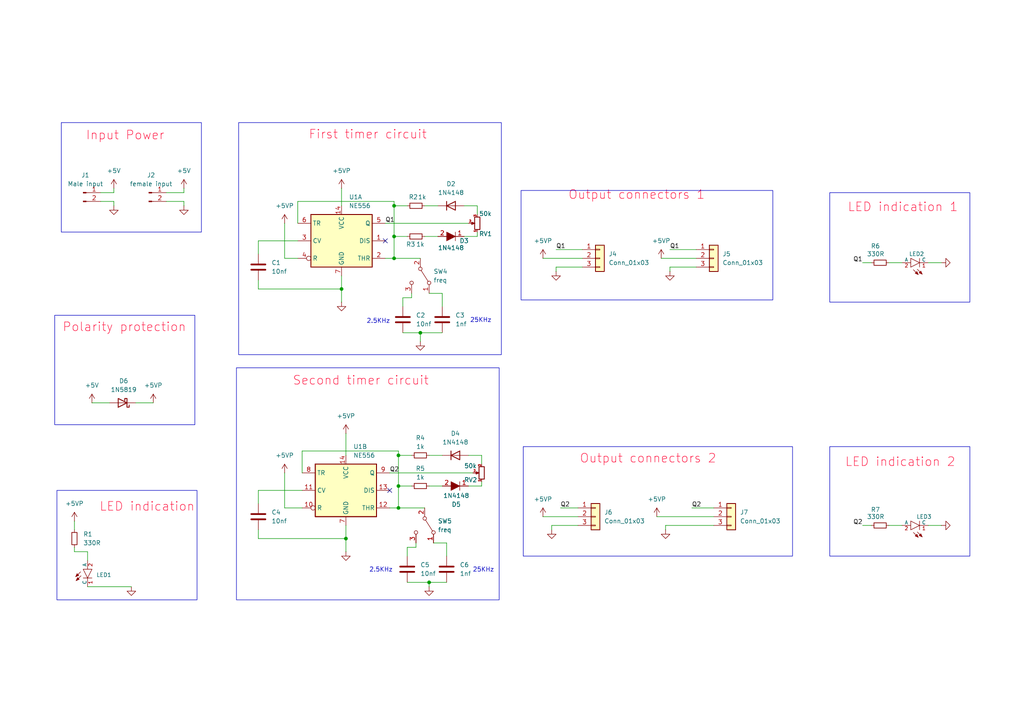
<source format=kicad_sch>
(kicad_sch
	(version 20250114)
	(generator "eeschema")
	(generator_version "9.0")
	(uuid "749cb50d-4b57-46f8-ad05-9a2f1d07f16d")
	(paper "A4")
	(lib_symbols
		(symbol "4ms_Connector:Conn_01x03"
			(pin_names
				(offset 1.016)
				(hide yes)
			)
			(exclude_from_sim no)
			(in_bom yes)
			(on_board yes)
			(property "Reference" "J"
				(at 0 5.08 0)
				(effects
					(font
						(size 1.27 1.27)
					)
				)
			)
			(property "Value" "Conn_01x03"
				(at 0 -5.08 0)
				(effects
					(font
						(size 1.27 1.27)
					)
				)
			)
			(property "Footprint" "4ms_Connector:Pins_1x03_2.54mm_TH"
				(at 0 6.985 0)
				(effects
					(font
						(size 1.27 1.27)
					)
					(hide yes)
				)
			)
			(property "Datasheet" ""
				(at 0 0 0)
				(effects
					(font
						(size 1.27 1.27)
					)
					(hide yes)
				)
			)
			(property "Description" "HEADER 1x3 MALE PINS 0.100” 180deg"
				(at 0 0 0)
				(effects
					(font
						(size 1.27 1.27)
					)
					(hide yes)
				)
			)
			(property "Specifications" "HEADER 1x3 MALE PINS 0.100” 180deg"
				(at -2.54 -7.874 0)
				(effects
					(font
						(size 1.27 1.27)
					)
					(justify left)
					(hide yes)
				)
			)
			(property "Manufacturer" "TAD"
				(at -2.54 -9.398 0)
				(effects
					(font
						(size 1.27 1.27)
					)
					(justify left)
					(hide yes)
				)
			)
			(property "Part Number" "1-0301FBV0T"
				(at -2.54 -10.922 0)
				(effects
					(font
						(size 1.27 1.27)
					)
					(justify left)
					(hide yes)
				)
			)
			(property "Production Stage" "B"
				(at 0 0 0)
				(effects
					(font
						(size 1.27 1.27)
					)
					(hide yes)
				)
			)
			(property "ki_keywords" "Conn_01x03"
				(at 0 0 0)
				(effects
					(font
						(size 1.27 1.27)
					)
					(hide yes)
				)
			)
			(property "ki_fp_filters" "Connector*:*_1x??_*"
				(at 0 0 0)
				(effects
					(font
						(size 1.27 1.27)
					)
					(hide yes)
				)
			)
			(symbol "Conn_01x03_1_1"
				(rectangle
					(start -1.27 3.81)
					(end 1.27 -3.81)
					(stroke
						(width 0.254)
						(type default)
					)
					(fill
						(type background)
					)
				)
				(rectangle
					(start -1.27 2.667)
					(end 0 2.413)
					(stroke
						(width 0.1524)
						(type default)
					)
					(fill
						(type none)
					)
				)
				(rectangle
					(start -1.27 0.127)
					(end 0 -0.127)
					(stroke
						(width 0.1524)
						(type default)
					)
					(fill
						(type none)
					)
				)
				(rectangle
					(start -1.27 -2.413)
					(end 0 -2.667)
					(stroke
						(width 0.1524)
						(type default)
					)
					(fill
						(type none)
					)
				)
				(pin passive line
					(at -5.08 2.54 0)
					(length 3.81)
					(name "Pin_1"
						(effects
							(font
								(size 1.27 1.27)
							)
						)
					)
					(number "1"
						(effects
							(font
								(size 1.27 1.27)
							)
						)
					)
				)
				(pin passive line
					(at -5.08 0 0)
					(length 3.81)
					(name "Pin_2"
						(effects
							(font
								(size 1.27 1.27)
							)
						)
					)
					(number "2"
						(effects
							(font
								(size 1.27 1.27)
							)
						)
					)
				)
				(pin passive line
					(at -5.08 -2.54 0)
					(length 3.81)
					(name "Pin_3"
						(effects
							(font
								(size 1.27 1.27)
							)
						)
					)
					(number "3"
						(effects
							(font
								(size 1.27 1.27)
							)
						)
					)
				)
			)
			(embedded_fonts no)
		)
		(symbol "4ms_LED:Red_3mm_TH"
			(pin_names
				(offset 0)
			)
			(exclude_from_sim no)
			(in_bom yes)
			(on_board yes)
			(property "Reference" "LED"
				(at -1.27 -5.08 0)
				(effects
					(font
						(size 1.143 1.143)
					)
					(justify left bottom)
				)
			)
			(property "Value" "Red_3mm_TH"
				(at -8.89 5.08 0)
				(effects
					(font
						(size 1.143 1.143)
					)
					(justify left bottom)
					(hide yes)
				)
			)
			(property "Footprint" "4ms_LED:LED_3mm_C1A2_Polarity_Indicator"
				(at 0.762 3.81 0)
				(effects
					(font
						(size 0.508 0.508)
					)
					(hide yes)
				)
			)
			(property "Datasheet" "https://ledz.com/led.datasheet/330HR3C.pdf"
				(at 11.43 -13.97 0)
				(effects
					(font
						(size 1.524 1.524)
					)
					(hide yes)
				)
			)
			(property "Description" "LED Red TH"
				(at 0 0 0)
				(effects
					(font
						(size 1.27 1.27)
					)
					(hide yes)
				)
			)
			(property "Specifications" "LED Red T3 3mm Lum>=100mcd @ 20mA"
				(at -2.54 -7.874 0)
				(effects
					(font
						(size 1.27 1.27)
					)
					(justify left)
					(hide yes)
				)
			)
			(property "Manufacturer" "Ledz (Heibei I.T.)"
				(at -2.54 -9.398 0)
				(effects
					(font
						(size 1.27 1.27)
					)
					(justify left)
					(hide yes)
				)
			)
			(property "Part Number" "330HR3C"
				(at -2.54 -10.922 0)
				(effects
					(font
						(size 1.27 1.27)
					)
					(justify left)
					(hide yes)
				)
			)
			(property "Display" "Red"
				(at 0 -2.54 0)
				(effects
					(font
						(size 1.524 1.524)
					)
				)
			)
			(property "Production Stage" "C"
				(at -2.54 -16.51 0)
				(effects
					(font
						(size 1.27 1.27)
					)
					(justify left)
					(hide yes)
				)
			)
			(property "ki_keywords" "RED, LED, TH"
				(at 0 0 0)
				(effects
					(font
						(size 1.27 1.27)
					)
					(hide yes)
				)
			)
			(property "ki_fp_filters" "*LED*C1*A2*"
				(at 0 0 0)
				(effects
					(font
						(size 1.27 1.27)
					)
					(hide yes)
				)
			)
			(symbol "Red_3mm_TH_1_0"
				(polyline
					(pts
						(xy 0 0) (xy 0 1.27)
					)
					(stroke
						(width 0)
						(type default)
					)
					(fill
						(type none)
					)
				)
				(polyline
					(pts
						(xy 0 0) (xy 2.54 1.27)
					)
					(stroke
						(width 0)
						(type default)
					)
					(fill
						(type none)
					)
				)
				(polyline
					(pts
						(xy 0 -1.27) (xy 0 0)
					)
					(stroke
						(width 0)
						(type default)
					)
					(fill
						(type none)
					)
				)
				(polyline
					(pts
						(xy 0.635 1.905) (xy -0.762 3.302)
					)
					(stroke
						(width 0)
						(type default)
					)
					(fill
						(type none)
					)
				)
				(polyline
					(pts
						(xy 1.778 2.032) (xy 0.381 3.429)
					)
					(stroke
						(width 0)
						(type default)
					)
					(fill
						(type none)
					)
				)
				(polyline
					(pts
						(xy 2.54 -1.27) (xy 0 0)
					)
					(stroke
						(width 0)
						(type default)
					)
					(fill
						(type none)
					)
				)
				(polyline
					(pts
						(xy 2.54 -1.27) (xy 2.54 1.27)
					)
					(stroke
						(width 0)
						(type default)
					)
					(fill
						(type none)
					)
				)
			)
			(symbol "Red_3mm_TH_1_1"
				(polyline
					(pts
						(xy -0.762 3.302) (xy 0.127 2.921) (xy 0.127 2.921) (xy -0.381 2.413) (xy -0.381 2.413) (xy -0.762 3.302)
					)
					(stroke
						(width 0)
						(type default)
					)
					(fill
						(type outline)
					)
				)
				(polyline
					(pts
						(xy 0.381 3.429) (xy 1.27 3.048) (xy 1.27 3.048) (xy 0.762 2.54) (xy 0.762 2.54) (xy 0.381 3.429)
					)
					(stroke
						(width 0)
						(type default)
					)
					(fill
						(type outline)
					)
				)
				(pin passive line
					(at -2.54 0 0)
					(length 2.54)
					(name "C"
						(effects
							(font
								(size 1.016 1.016)
							)
						)
					)
					(number "1"
						(effects
							(font
								(size 1.016 1.016)
							)
						)
					)
				)
				(pin passive line
					(at 5.08 0 180)
					(length 2.54)
					(name "A"
						(effects
							(font
								(size 1.016 1.016)
							)
						)
					)
					(number "2"
						(effects
							(font
								(size 1.016 1.016)
							)
						)
					)
				)
			)
			(embedded_fonts no)
		)
		(symbol "Connector:Conn_01x02_Pin"
			(pin_names
				(offset 1.016)
				(hide yes)
			)
			(exclude_from_sim no)
			(in_bom yes)
			(on_board yes)
			(property "Reference" "J"
				(at 0 2.54 0)
				(effects
					(font
						(size 1.27 1.27)
					)
				)
			)
			(property "Value" "Conn_01x02_Pin"
				(at 0 -5.08 0)
				(effects
					(font
						(size 1.27 1.27)
					)
				)
			)
			(property "Footprint" ""
				(at 0 0 0)
				(effects
					(font
						(size 1.27 1.27)
					)
					(hide yes)
				)
			)
			(property "Datasheet" "~"
				(at 0 0 0)
				(effects
					(font
						(size 1.27 1.27)
					)
					(hide yes)
				)
			)
			(property "Description" "Generic connector, single row, 01x02, script generated"
				(at 0 0 0)
				(effects
					(font
						(size 1.27 1.27)
					)
					(hide yes)
				)
			)
			(property "ki_locked" ""
				(at 0 0 0)
				(effects
					(font
						(size 1.27 1.27)
					)
				)
			)
			(property "ki_keywords" "connector"
				(at 0 0 0)
				(effects
					(font
						(size 1.27 1.27)
					)
					(hide yes)
				)
			)
			(property "ki_fp_filters" "Connector*:*_1x??_*"
				(at 0 0 0)
				(effects
					(font
						(size 1.27 1.27)
					)
					(hide yes)
				)
			)
			(symbol "Conn_01x02_Pin_1_1"
				(rectangle
					(start 0.8636 0.127)
					(end 0 -0.127)
					(stroke
						(width 0.1524)
						(type default)
					)
					(fill
						(type outline)
					)
				)
				(rectangle
					(start 0.8636 -2.413)
					(end 0 -2.667)
					(stroke
						(width 0.1524)
						(type default)
					)
					(fill
						(type outline)
					)
				)
				(polyline
					(pts
						(xy 1.27 0) (xy 0.8636 0)
					)
					(stroke
						(width 0.1524)
						(type default)
					)
					(fill
						(type none)
					)
				)
				(polyline
					(pts
						(xy 1.27 -2.54) (xy 0.8636 -2.54)
					)
					(stroke
						(width 0.1524)
						(type default)
					)
					(fill
						(type none)
					)
				)
				(pin passive line
					(at 5.08 0 180)
					(length 3.81)
					(name "Pin_1"
						(effects
							(font
								(size 1.27 1.27)
							)
						)
					)
					(number "1"
						(effects
							(font
								(size 1.27 1.27)
							)
						)
					)
				)
				(pin passive line
					(at 5.08 -2.54 180)
					(length 3.81)
					(name "Pin_2"
						(effects
							(font
								(size 1.27 1.27)
							)
						)
					)
					(number "2"
						(effects
							(font
								(size 1.27 1.27)
							)
						)
					)
				)
			)
			(embedded_fonts no)
		)
		(symbol "Device:C"
			(pin_numbers
				(hide yes)
			)
			(pin_names
				(offset 0.254)
			)
			(exclude_from_sim no)
			(in_bom yes)
			(on_board yes)
			(property "Reference" "C"
				(at 0.635 2.54 0)
				(effects
					(font
						(size 1.27 1.27)
					)
					(justify left)
				)
			)
			(property "Value" "C"
				(at 0.635 -2.54 0)
				(effects
					(font
						(size 1.27 1.27)
					)
					(justify left)
				)
			)
			(property "Footprint" ""
				(at 0.9652 -3.81 0)
				(effects
					(font
						(size 1.27 1.27)
					)
					(hide yes)
				)
			)
			(property "Datasheet" "~"
				(at 0 0 0)
				(effects
					(font
						(size 1.27 1.27)
					)
					(hide yes)
				)
			)
			(property "Description" "Unpolarized capacitor"
				(at 0 0 0)
				(effects
					(font
						(size 1.27 1.27)
					)
					(hide yes)
				)
			)
			(property "ki_keywords" "cap capacitor"
				(at 0 0 0)
				(effects
					(font
						(size 1.27 1.27)
					)
					(hide yes)
				)
			)
			(property "ki_fp_filters" "C_*"
				(at 0 0 0)
				(effects
					(font
						(size 1.27 1.27)
					)
					(hide yes)
				)
			)
			(symbol "C_0_1"
				(polyline
					(pts
						(xy -2.032 0.762) (xy 2.032 0.762)
					)
					(stroke
						(width 0.508)
						(type default)
					)
					(fill
						(type none)
					)
				)
				(polyline
					(pts
						(xy -2.032 -0.762) (xy 2.032 -0.762)
					)
					(stroke
						(width 0.508)
						(type default)
					)
					(fill
						(type none)
					)
				)
			)
			(symbol "C_1_1"
				(pin passive line
					(at 0 3.81 270)
					(length 2.794)
					(name "~"
						(effects
							(font
								(size 1.27 1.27)
							)
						)
					)
					(number "1"
						(effects
							(font
								(size 1.27 1.27)
							)
						)
					)
				)
				(pin passive line
					(at 0 -3.81 90)
					(length 2.794)
					(name "~"
						(effects
							(font
								(size 1.27 1.27)
							)
						)
					)
					(number "2"
						(effects
							(font
								(size 1.27 1.27)
							)
						)
					)
				)
			)
			(embedded_fonts no)
		)
		(symbol "Device:R_Potentiometer_Small"
			(pin_names
				(offset 1.016)
				(hide yes)
			)
			(exclude_from_sim no)
			(in_bom yes)
			(on_board yes)
			(property "Reference" "RV"
				(at -4.445 0 90)
				(effects
					(font
						(size 1.27 1.27)
					)
				)
			)
			(property "Value" "R_Potentiometer_Small"
				(at -2.54 0 90)
				(effects
					(font
						(size 1.27 1.27)
					)
				)
			)
			(property "Footprint" ""
				(at 0 0 0)
				(effects
					(font
						(size 1.27 1.27)
					)
					(hide yes)
				)
			)
			(property "Datasheet" "~"
				(at 0 0 0)
				(effects
					(font
						(size 1.27 1.27)
					)
					(hide yes)
				)
			)
			(property "Description" "Potentiometer"
				(at 0 0 0)
				(effects
					(font
						(size 1.27 1.27)
					)
					(hide yes)
				)
			)
			(property "ki_keywords" "resistor variable"
				(at 0 0 0)
				(effects
					(font
						(size 1.27 1.27)
					)
					(hide yes)
				)
			)
			(property "ki_fp_filters" "Potentiometer*"
				(at 0 0 0)
				(effects
					(font
						(size 1.27 1.27)
					)
					(hide yes)
				)
			)
			(symbol "R_Potentiometer_Small_0_1"
				(rectangle
					(start 0.762 1.8034)
					(end -0.762 -1.8034)
					(stroke
						(width 0.254)
						(type default)
					)
					(fill
						(type none)
					)
				)
				(polyline
					(pts
						(xy 0.889 0) (xy 0.635 0) (xy 1.651 0.381) (xy 1.651 -0.381) (xy 0.635 0) (xy 0.889 0)
					)
					(stroke
						(width 0)
						(type default)
					)
					(fill
						(type outline)
					)
				)
			)
			(symbol "R_Potentiometer_Small_1_1"
				(pin passive line
					(at 0 2.54 270)
					(length 0.635)
					(name "1"
						(effects
							(font
								(size 0.635 0.635)
							)
						)
					)
					(number "1"
						(effects
							(font
								(size 0.635 0.635)
							)
						)
					)
				)
				(pin passive line
					(at 0 -2.54 90)
					(length 0.635)
					(name "3"
						(effects
							(font
								(size 0.635 0.635)
							)
						)
					)
					(number "3"
						(effects
							(font
								(size 0.635 0.635)
							)
						)
					)
				)
				(pin passive line
					(at 2.54 0 180)
					(length 0.9906)
					(name "2"
						(effects
							(font
								(size 0.635 0.635)
							)
						)
					)
					(number "2"
						(effects
							(font
								(size 0.635 0.635)
							)
						)
					)
				)
			)
			(embedded_fonts no)
		)
		(symbol "Device:R_Small"
			(pin_numbers
				(hide yes)
			)
			(pin_names
				(offset 0.254)
				(hide yes)
			)
			(exclude_from_sim no)
			(in_bom yes)
			(on_board yes)
			(property "Reference" "R"
				(at 0.762 0.508 0)
				(effects
					(font
						(size 1.27 1.27)
					)
					(justify left)
				)
			)
			(property "Value" "R_Small"
				(at 0.762 -1.016 0)
				(effects
					(font
						(size 1.27 1.27)
					)
					(justify left)
				)
			)
			(property "Footprint" ""
				(at 0 0 0)
				(effects
					(font
						(size 1.27 1.27)
					)
					(hide yes)
				)
			)
			(property "Datasheet" "~"
				(at 0 0 0)
				(effects
					(font
						(size 1.27 1.27)
					)
					(hide yes)
				)
			)
			(property "Description" "Resistor, small symbol"
				(at 0 0 0)
				(effects
					(font
						(size 1.27 1.27)
					)
					(hide yes)
				)
			)
			(property "ki_keywords" "R resistor"
				(at 0 0 0)
				(effects
					(font
						(size 1.27 1.27)
					)
					(hide yes)
				)
			)
			(property "ki_fp_filters" "R_*"
				(at 0 0 0)
				(effects
					(font
						(size 1.27 1.27)
					)
					(hide yes)
				)
			)
			(symbol "R_Small_0_1"
				(rectangle
					(start -0.762 1.778)
					(end 0.762 -1.778)
					(stroke
						(width 0.2032)
						(type default)
					)
					(fill
						(type none)
					)
				)
			)
			(symbol "R_Small_1_1"
				(pin passive line
					(at 0 2.54 270)
					(length 0.762)
					(name "~"
						(effects
							(font
								(size 1.27 1.27)
							)
						)
					)
					(number "1"
						(effects
							(font
								(size 1.27 1.27)
							)
						)
					)
				)
				(pin passive line
					(at 0 -2.54 90)
					(length 0.762)
					(name "~"
						(effects
							(font
								(size 1.27 1.27)
							)
						)
					)
					(number "2"
						(effects
							(font
								(size 1.27 1.27)
							)
						)
					)
				)
			)
			(embedded_fonts no)
		)
		(symbol "Diode:1N4148"
			(pin_numbers
				(hide yes)
			)
			(pin_names
				(hide yes)
			)
			(exclude_from_sim no)
			(in_bom yes)
			(on_board yes)
			(property "Reference" "D"
				(at 0 2.54 0)
				(effects
					(font
						(size 1.27 1.27)
					)
				)
			)
			(property "Value" "1N4148"
				(at 0 -2.54 0)
				(effects
					(font
						(size 1.27 1.27)
					)
				)
			)
			(property "Footprint" "Diode_THT:D_DO-35_SOD27_P7.62mm_Horizontal"
				(at 0 0 0)
				(effects
					(font
						(size 1.27 1.27)
					)
					(hide yes)
				)
			)
			(property "Datasheet" "https://assets.nexperia.com/documents/data-sheet/1N4148_1N4448.pdf"
				(at 0 0 0)
				(effects
					(font
						(size 1.27 1.27)
					)
					(hide yes)
				)
			)
			(property "Description" "100V 0.15A standard switching diode, DO-35"
				(at 0 0 0)
				(effects
					(font
						(size 1.27 1.27)
					)
					(hide yes)
				)
			)
			(property "Sim.Device" "D"
				(at 0 0 0)
				(effects
					(font
						(size 1.27 1.27)
					)
					(hide yes)
				)
			)
			(property "Sim.Pins" "1=K 2=A"
				(at 0 0 0)
				(effects
					(font
						(size 1.27 1.27)
					)
					(hide yes)
				)
			)
			(property "ki_keywords" "diode"
				(at 0 0 0)
				(effects
					(font
						(size 1.27 1.27)
					)
					(hide yes)
				)
			)
			(property "ki_fp_filters" "D*DO?35*"
				(at 0 0 0)
				(effects
					(font
						(size 1.27 1.27)
					)
					(hide yes)
				)
			)
			(symbol "1N4148_0_1"
				(polyline
					(pts
						(xy -1.27 1.27) (xy -1.27 -1.27)
					)
					(stroke
						(width 0.254)
						(type default)
					)
					(fill
						(type none)
					)
				)
				(polyline
					(pts
						(xy 1.27 1.27) (xy 1.27 -1.27) (xy -1.27 0) (xy 1.27 1.27)
					)
					(stroke
						(width 0.254)
						(type default)
					)
					(fill
						(type none)
					)
				)
				(polyline
					(pts
						(xy 1.27 0) (xy -1.27 0)
					)
					(stroke
						(width 0)
						(type default)
					)
					(fill
						(type none)
					)
				)
			)
			(symbol "1N4148_1_1"
				(pin passive line
					(at -3.81 0 0)
					(length 2.54)
					(name "K"
						(effects
							(font
								(size 1.27 1.27)
							)
						)
					)
					(number "1"
						(effects
							(font
								(size 1.27 1.27)
							)
						)
					)
				)
				(pin passive line
					(at 3.81 0 180)
					(length 2.54)
					(name "A"
						(effects
							(font
								(size 1.27 1.27)
							)
						)
					)
					(number "2"
						(effects
							(font
								(size 1.27 1.27)
							)
						)
					)
				)
			)
			(embedded_fonts no)
		)
		(symbol "Diode:1N5819"
			(pin_numbers
				(hide yes)
			)
			(pin_names
				(offset 1.016)
				(hide yes)
			)
			(exclude_from_sim no)
			(in_bom yes)
			(on_board yes)
			(property "Reference" "D"
				(at 0 2.54 0)
				(effects
					(font
						(size 1.27 1.27)
					)
				)
			)
			(property "Value" "1N5819"
				(at 0 -2.54 0)
				(effects
					(font
						(size 1.27 1.27)
					)
				)
			)
			(property "Footprint" "Diode_THT:D_DO-41_SOD81_P10.16mm_Horizontal"
				(at 0 -4.445 0)
				(effects
					(font
						(size 1.27 1.27)
					)
					(hide yes)
				)
			)
			(property "Datasheet" "http://www.vishay.com/docs/88525/1n5817.pdf"
				(at 0 0 0)
				(effects
					(font
						(size 1.27 1.27)
					)
					(hide yes)
				)
			)
			(property "Description" "40V 1A Schottky Barrier Rectifier Diode, DO-41"
				(at 0 0 0)
				(effects
					(font
						(size 1.27 1.27)
					)
					(hide yes)
				)
			)
			(property "ki_keywords" "diode Schottky"
				(at 0 0 0)
				(effects
					(font
						(size 1.27 1.27)
					)
					(hide yes)
				)
			)
			(property "ki_fp_filters" "D*DO?41*"
				(at 0 0 0)
				(effects
					(font
						(size 1.27 1.27)
					)
					(hide yes)
				)
			)
			(symbol "1N5819_0_1"
				(polyline
					(pts
						(xy -1.905 0.635) (xy -1.905 1.27) (xy -1.27 1.27) (xy -1.27 -1.27) (xy -0.635 -1.27) (xy -0.635 -0.635)
					)
					(stroke
						(width 0.254)
						(type default)
					)
					(fill
						(type none)
					)
				)
				(polyline
					(pts
						(xy 1.27 1.27) (xy 1.27 -1.27) (xy -1.27 0) (xy 1.27 1.27)
					)
					(stroke
						(width 0.254)
						(type default)
					)
					(fill
						(type none)
					)
				)
				(polyline
					(pts
						(xy 1.27 0) (xy -1.27 0)
					)
					(stroke
						(width 0)
						(type default)
					)
					(fill
						(type none)
					)
				)
			)
			(symbol "1N5819_1_1"
				(pin passive line
					(at -3.81 0 0)
					(length 2.54)
					(name "K"
						(effects
							(font
								(size 1.27 1.27)
							)
						)
					)
					(number "1"
						(effects
							(font
								(size 1.27 1.27)
							)
						)
					)
				)
				(pin passive line
					(at 3.81 0 180)
					(length 2.54)
					(name "A"
						(effects
							(font
								(size 1.27 1.27)
							)
						)
					)
					(number "2"
						(effects
							(font
								(size 1.27 1.27)
							)
						)
					)
				)
			)
			(embedded_fonts no)
		)
		(symbol "SparkFun-Switch:SPDT_Slide_PTH_11.6x4.0mm"
			(pin_names
				(offset 0)
				(hide yes)
			)
			(exclude_from_sim no)
			(in_bom yes)
			(on_board yes)
			(property "Reference" "SW"
				(at 0 4.318 0)
				(effects
					(font
						(size 1.27 1.27)
					)
				)
			)
			(property "Value" "SPDT_Slide_PTH_11.6x4.0mm"
				(at 0 -5.08 0)
				(effects
					(font
						(size 1.27 1.27)
					)
				)
			)
			(property "Footprint" "SparkFun-Switch:Slide_SPDT_PTH_11.6x4.0mm"
				(at 0 -7.62 0)
				(effects
					(font
						(size 1.27 1.27)
					)
					(hide yes)
				)
			)
			(property "Datasheet" "https://www.sparkfun.com/datasheets/Components/Buttons/P040040c.pdf"
				(at 0 -10.16 0)
				(effects
					(font
						(size 1.27 1.27)
					)
					(hide yes)
				)
			)
			(property "Description" "Switch, single pole double throw"
				(at 0 -15.24 0)
				(effects
					(font
						(size 1.27 1.27)
					)
					(hide yes)
				)
			)
			(property "PROD_ID" "SWCH-08261"
				(at 0 -12.7 0)
				(effects
					(font
						(size 1.27 1.27)
					)
					(hide yes)
				)
			)
			(property "Mrg Part#" ""
				(at 0 -15.24 0)
				(effects
					(font
						(size 1.27 1.27)
					)
					(hide yes)
				)
			)
			(property "ki_keywords" "SparkFun switch single-pole double-throw spdt ON-ON"
				(at 0 0 0)
				(effects
					(font
						(size 1.27 1.27)
					)
					(hide yes)
				)
			)
			(symbol "SPDT_Slide_PTH_11.6x4.0mm_0_0"
				(circle
					(center -2.032 0)
					(radius 0.508)
					(stroke
						(width 0)
						(type default)
					)
					(fill
						(type none)
					)
				)
				(circle
					(center 2.032 -2.54)
					(radius 0.508)
					(stroke
						(width 0)
						(type default)
					)
					(fill
						(type none)
					)
				)
			)
			(symbol "SPDT_Slide_PTH_11.6x4.0mm_0_1"
				(polyline
					(pts
						(xy -1.524 0.254) (xy 1.651 2.286)
					)
					(stroke
						(width 0)
						(type default)
					)
					(fill
						(type none)
					)
				)
				(circle
					(center 2.032 2.54)
					(radius 0.508)
					(stroke
						(width 0)
						(type default)
					)
					(fill
						(type none)
					)
				)
			)
			(symbol "SPDT_Slide_PTH_11.6x4.0mm_1_1"
				(pin passive line
					(at -5.08 0 0)
					(length 2.54)
					(name "B"
						(effects
							(font
								(size 1.27 1.27)
							)
						)
					)
					(number "2"
						(effects
							(font
								(size 1.27 1.27)
							)
						)
					)
				)
				(pin passive line
					(at 5.08 2.54 180)
					(length 2.54)
					(name "A"
						(effects
							(font
								(size 1.27 1.27)
							)
						)
					)
					(number "1"
						(effects
							(font
								(size 1.27 1.27)
							)
						)
					)
				)
				(pin passive line
					(at 5.08 -2.54 180)
					(length 2.54)
					(name "C"
						(effects
							(font
								(size 1.27 1.27)
							)
						)
					)
					(number "3"
						(effects
							(font
								(size 1.27 1.27)
							)
						)
					)
				)
			)
			(embedded_fonts no)
		)
		(symbol "Timer:NE556"
			(exclude_from_sim no)
			(in_bom yes)
			(on_board yes)
			(property "Reference" "U"
				(at -10.16 8.89 0)
				(effects
					(font
						(size 1.27 1.27)
					)
					(justify left)
				)
			)
			(property "Value" "NE556"
				(at -10.16 -8.89 0)
				(effects
					(font
						(size 1.27 1.27)
					)
					(justify left)
				)
			)
			(property "Footprint" ""
				(at 0 0 0)
				(effects
					(font
						(size 1.27 1.27)
					)
					(hide yes)
				)
			)
			(property "Datasheet" "http://www.ti.com/lit/ds/symlink/ne556.pdf"
				(at 0 0 0)
				(effects
					(font
						(size 1.27 1.27)
					)
					(hide yes)
				)
			)
			(property "Description" "Dual Precision Timers, DIP-14/SOIC-14"
				(at 0 0 0)
				(effects
					(font
						(size 1.27 1.27)
					)
					(hide yes)
				)
			)
			(property "ki_keywords" "dual timer"
				(at 0 0 0)
				(effects
					(font
						(size 1.27 1.27)
					)
					(hide yes)
				)
			)
			(property "ki_fp_filters" "DIP*W7.62mm* TSSOP*5.3x6.2mm*P0.65mm* SOIC*3.9x8.7mm*P1.27mm*"
				(at 0 0 0)
				(effects
					(font
						(size 1.27 1.27)
					)
					(hide yes)
				)
			)
			(symbol "NE556_0_0"
				(pin power_in line
					(at 0 10.16 270)
					(length 2.54)
					(name "VCC"
						(effects
							(font
								(size 1.27 1.27)
							)
						)
					)
					(number "14"
						(effects
							(font
								(size 1.27 1.27)
							)
						)
					)
				)
				(pin power_in line
					(at 0 -10.16 90)
					(length 2.54)
					(name "GND"
						(effects
							(font
								(size 1.27 1.27)
							)
						)
					)
					(number "7"
						(effects
							(font
								(size 1.27 1.27)
							)
						)
					)
				)
			)
			(symbol "NE556_0_1"
				(rectangle
					(start -8.89 -7.62)
					(end 8.89 7.62)
					(stroke
						(width 0.254)
						(type default)
					)
					(fill
						(type background)
					)
				)
				(rectangle
					(start -8.89 -7.62)
					(end 8.89 7.62)
					(stroke
						(width 0.254)
						(type default)
					)
					(fill
						(type background)
					)
				)
			)
			(symbol "NE556_1_1"
				(pin input line
					(at -12.7 5.08 0)
					(length 3.81)
					(name "TR"
						(effects
							(font
								(size 1.27 1.27)
							)
						)
					)
					(number "6"
						(effects
							(font
								(size 1.27 1.27)
							)
						)
					)
				)
				(pin input line
					(at -12.7 0 0)
					(length 3.81)
					(name "CV"
						(effects
							(font
								(size 1.27 1.27)
							)
						)
					)
					(number "3"
						(effects
							(font
								(size 1.27 1.27)
							)
						)
					)
				)
				(pin input inverted
					(at -12.7 -5.08 0)
					(length 3.81)
					(name "R"
						(effects
							(font
								(size 1.27 1.27)
							)
						)
					)
					(number "4"
						(effects
							(font
								(size 1.27 1.27)
							)
						)
					)
				)
				(pin output line
					(at 12.7 5.08 180)
					(length 3.81)
					(name "Q"
						(effects
							(font
								(size 1.27 1.27)
							)
						)
					)
					(number "5"
						(effects
							(font
								(size 1.27 1.27)
							)
						)
					)
				)
				(pin input line
					(at 12.7 0 180)
					(length 3.81)
					(name "DIS"
						(effects
							(font
								(size 1.27 1.27)
							)
						)
					)
					(number "1"
						(effects
							(font
								(size 1.27 1.27)
							)
						)
					)
				)
				(pin input line
					(at 12.7 -5.08 180)
					(length 3.81)
					(name "THR"
						(effects
							(font
								(size 1.27 1.27)
							)
						)
					)
					(number "2"
						(effects
							(font
								(size 1.27 1.27)
							)
						)
					)
				)
			)
			(symbol "NE556_2_1"
				(pin input line
					(at -12.7 5.08 0)
					(length 3.81)
					(name "TR"
						(effects
							(font
								(size 1.27 1.27)
							)
						)
					)
					(number "8"
						(effects
							(font
								(size 1.27 1.27)
							)
						)
					)
				)
				(pin input line
					(at -12.7 0 0)
					(length 3.81)
					(name "CV"
						(effects
							(font
								(size 1.27 1.27)
							)
						)
					)
					(number "11"
						(effects
							(font
								(size 1.27 1.27)
							)
						)
					)
				)
				(pin input inverted
					(at -12.7 -5.08 0)
					(length 3.81)
					(name "R"
						(effects
							(font
								(size 1.27 1.27)
							)
						)
					)
					(number "10"
						(effects
							(font
								(size 1.27 1.27)
							)
						)
					)
				)
				(pin output line
					(at 12.7 5.08 180)
					(length 3.81)
					(name "Q"
						(effects
							(font
								(size 1.27 1.27)
							)
						)
					)
					(number "9"
						(effects
							(font
								(size 1.27 1.27)
							)
						)
					)
				)
				(pin input line
					(at 12.7 0 180)
					(length 3.81)
					(name "DIS"
						(effects
							(font
								(size 1.27 1.27)
							)
						)
					)
					(number "13"
						(effects
							(font
								(size 1.27 1.27)
							)
						)
					)
				)
				(pin input line
					(at 12.7 -5.08 180)
					(length 3.81)
					(name "THR"
						(effects
							(font
								(size 1.27 1.27)
							)
						)
					)
					(number "12"
						(effects
							(font
								(size 1.27 1.27)
							)
						)
					)
				)
			)
			(embedded_fonts no)
		)
		(symbol "dk_Diodes-Rectifiers-Single:1N4148"
			(pin_names
				(offset 1.016)
			)
			(exclude_from_sim no)
			(in_bom yes)
			(on_board yes)
			(property "Reference" "D"
				(at 0 3.81 0)
				(effects
					(font
						(size 1.27 1.27)
					)
				)
			)
			(property "Value" "1N4148"
				(at 1.27 -3.81 0)
				(effects
					(font
						(size 1.27 1.27)
					)
				)
			)
			(property "Footprint" "digikey-footprints:Diode_DO-35_P10mm"
				(at 5.08 5.08 0)
				(effects
					(font
						(size 1.524 1.524)
					)
					(justify left)
					(hide yes)
				)
			)
			(property "Datasheet" "https://www.onsemi.com/pub/Collateral/1N914-D.PDF"
				(at 5.08 7.62 0)
				(effects
					(font
						(size 1.524 1.524)
					)
					(justify left)
					(hide yes)
				)
			)
			(property "Description" "DIODE GEN PURP 100V 200MA DO35"
				(at 0 0 0)
				(effects
					(font
						(size 1.27 1.27)
					)
					(hide yes)
				)
			)
			(property "Digi-Key_PN" "1N4148FS-ND"
				(at 5.08 10.16 0)
				(effects
					(font
						(size 1.524 1.524)
					)
					(justify left)
					(hide yes)
				)
			)
			(property "MPN" "1N4148"
				(at 5.08 12.7 0)
				(effects
					(font
						(size 1.524 1.524)
					)
					(justify left)
					(hide yes)
				)
			)
			(property "Category" "Discrete Semiconductor Products"
				(at 5.08 15.24 0)
				(effects
					(font
						(size 1.524 1.524)
					)
					(justify left)
					(hide yes)
				)
			)
			(property "Family" "Diodes - Rectifiers - Single"
				(at 5.08 17.78 0)
				(effects
					(font
						(size 1.524 1.524)
					)
					(justify left)
					(hide yes)
				)
			)
			(property "DK_Datasheet_Link" "https://www.onsemi.com/pub/Collateral/1N914-D.PDF"
				(at 5.08 20.32 0)
				(effects
					(font
						(size 1.524 1.524)
					)
					(justify left)
					(hide yes)
				)
			)
			(property "DK_Detail_Page" "/product-detail/en/on-semiconductor/1N4148/1N4148FS-ND/458603"
				(at 5.08 22.86 0)
				(effects
					(font
						(size 1.524 1.524)
					)
					(justify left)
					(hide yes)
				)
			)
			(property "Description_1" "DIODE GEN PURP 100V 200MA DO35"
				(at 5.08 25.4 0)
				(effects
					(font
						(size 1.524 1.524)
					)
					(justify left)
					(hide yes)
				)
			)
			(property "Manufacturer" "ON Semiconductor"
				(at 5.08 27.94 0)
				(effects
					(font
						(size 1.524 1.524)
					)
					(justify left)
					(hide yes)
				)
			)
			(property "Status" "Active"
				(at 5.08 30.48 0)
				(effects
					(font
						(size 1.524 1.524)
					)
					(justify left)
					(hide yes)
				)
			)
			(property "ki_keywords" "1N4148FS-ND"
				(at 0 0 0)
				(effects
					(font
						(size 1.27 1.27)
					)
					(hide yes)
				)
			)
			(symbol "1N4148_0_1"
				(polyline
					(pts
						(xy 0 1.27) (xy 0 -1.27)
					)
					(stroke
						(width 0)
						(type solid)
					)
					(fill
						(type none)
					)
				)
				(polyline
					(pts
						(xy 0 0) (xy 2.54 0)
					)
					(stroke
						(width 0)
						(type solid)
					)
					(fill
						(type none)
					)
				)
				(polyline
					(pts
						(xy 2.54 1.27) (xy 2.54 -1.27) (xy 0 0) (xy 2.54 1.27)
					)
					(stroke
						(width 0)
						(type solid)
					)
					(fill
						(type outline)
					)
				)
			)
			(symbol "1N4148_1_1"
				(pin passive line
					(at -2.54 0 0)
					(length 2.54)
					(name "~"
						(effects
							(font
								(size 1.27 1.27)
							)
						)
					)
					(number "1"
						(effects
							(font
								(size 1.27 1.27)
							)
						)
					)
				)
				(pin passive line
					(at 5.08 0 180)
					(length 2.54)
					(name "~"
						(effects
							(font
								(size 1.27 1.27)
							)
						)
					)
					(number "2"
						(effects
							(font
								(size 1.27 1.27)
							)
						)
					)
				)
			)
			(embedded_fonts no)
		)
		(symbol "power:+5V"
			(power)
			(pin_numbers
				(hide yes)
			)
			(pin_names
				(offset 0)
				(hide yes)
			)
			(exclude_from_sim no)
			(in_bom yes)
			(on_board yes)
			(property "Reference" "#PWR"
				(at 0 -3.81 0)
				(effects
					(font
						(size 1.27 1.27)
					)
					(hide yes)
				)
			)
			(property "Value" "+5V"
				(at 0 3.556 0)
				(effects
					(font
						(size 1.27 1.27)
					)
				)
			)
			(property "Footprint" ""
				(at 0 0 0)
				(effects
					(font
						(size 1.27 1.27)
					)
					(hide yes)
				)
			)
			(property "Datasheet" ""
				(at 0 0 0)
				(effects
					(font
						(size 1.27 1.27)
					)
					(hide yes)
				)
			)
			(property "Description" "Power symbol creates a global label with name \"+5V\""
				(at 0 0 0)
				(effects
					(font
						(size 1.27 1.27)
					)
					(hide yes)
				)
			)
			(property "ki_keywords" "global power"
				(at 0 0 0)
				(effects
					(font
						(size 1.27 1.27)
					)
					(hide yes)
				)
			)
			(symbol "+5V_0_1"
				(polyline
					(pts
						(xy -0.762 1.27) (xy 0 2.54)
					)
					(stroke
						(width 0)
						(type default)
					)
					(fill
						(type none)
					)
				)
				(polyline
					(pts
						(xy 0 2.54) (xy 0.762 1.27)
					)
					(stroke
						(width 0)
						(type default)
					)
					(fill
						(type none)
					)
				)
				(polyline
					(pts
						(xy 0 0) (xy 0 2.54)
					)
					(stroke
						(width 0)
						(type default)
					)
					(fill
						(type none)
					)
				)
			)
			(symbol "+5V_1_1"
				(pin power_in line
					(at 0 0 90)
					(length 0)
					(name "~"
						(effects
							(font
								(size 1.27 1.27)
							)
						)
					)
					(number "1"
						(effects
							(font
								(size 1.27 1.27)
							)
						)
					)
				)
			)
			(embedded_fonts no)
		)
		(symbol "power:+5VP"
			(power)
			(pin_numbers
				(hide yes)
			)
			(pin_names
				(offset 0)
				(hide yes)
			)
			(exclude_from_sim no)
			(in_bom yes)
			(on_board yes)
			(property "Reference" "#PWR"
				(at 0 -3.81 0)
				(effects
					(font
						(size 1.27 1.27)
					)
					(hide yes)
				)
			)
			(property "Value" "+5VP"
				(at 0 3.556 0)
				(effects
					(font
						(size 1.27 1.27)
					)
				)
			)
			(property "Footprint" ""
				(at 0 0 0)
				(effects
					(font
						(size 1.27 1.27)
					)
					(hide yes)
				)
			)
			(property "Datasheet" ""
				(at 0 0 0)
				(effects
					(font
						(size 1.27 1.27)
					)
					(hide yes)
				)
			)
			(property "Description" "Power symbol creates a global label with name \"+5VP\""
				(at 0 0 0)
				(effects
					(font
						(size 1.27 1.27)
					)
					(hide yes)
				)
			)
			(property "ki_keywords" "global power"
				(at 0 0 0)
				(effects
					(font
						(size 1.27 1.27)
					)
					(hide yes)
				)
			)
			(symbol "+5VP_0_1"
				(polyline
					(pts
						(xy -0.762 1.27) (xy 0 2.54)
					)
					(stroke
						(width 0)
						(type default)
					)
					(fill
						(type none)
					)
				)
				(polyline
					(pts
						(xy 0 2.54) (xy 0.762 1.27)
					)
					(stroke
						(width 0)
						(type default)
					)
					(fill
						(type none)
					)
				)
				(polyline
					(pts
						(xy 0 0) (xy 0 2.54)
					)
					(stroke
						(width 0)
						(type default)
					)
					(fill
						(type none)
					)
				)
			)
			(symbol "+5VP_1_1"
				(pin power_in line
					(at 0 0 90)
					(length 0)
					(name "~"
						(effects
							(font
								(size 1.27 1.27)
							)
						)
					)
					(number "1"
						(effects
							(font
								(size 1.27 1.27)
							)
						)
					)
				)
			)
			(embedded_fonts no)
		)
		(symbol "power:GND"
			(power)
			(pin_numbers
				(hide yes)
			)
			(pin_names
				(offset 0)
				(hide yes)
			)
			(exclude_from_sim no)
			(in_bom yes)
			(on_board yes)
			(property "Reference" "#PWR"
				(at 0 -6.35 0)
				(effects
					(font
						(size 1.27 1.27)
					)
					(hide yes)
				)
			)
			(property "Value" "GND"
				(at 0 -3.81 0)
				(effects
					(font
						(size 1.27 1.27)
					)
				)
			)
			(property "Footprint" ""
				(at 0 0 0)
				(effects
					(font
						(size 1.27 1.27)
					)
					(hide yes)
				)
			)
			(property "Datasheet" ""
				(at 0 0 0)
				(effects
					(font
						(size 1.27 1.27)
					)
					(hide yes)
				)
			)
			(property "Description" "Power symbol creates a global label with name \"GND\" , ground"
				(at 0 0 0)
				(effects
					(font
						(size 1.27 1.27)
					)
					(hide yes)
				)
			)
			(property "ki_keywords" "global power"
				(at 0 0 0)
				(effects
					(font
						(size 1.27 1.27)
					)
					(hide yes)
				)
			)
			(symbol "GND_0_1"
				(polyline
					(pts
						(xy 0 0) (xy 0 -1.27) (xy 1.27 -1.27) (xy 0 -2.54) (xy -1.27 -1.27) (xy 0 -1.27)
					)
					(stroke
						(width 0)
						(type default)
					)
					(fill
						(type none)
					)
				)
			)
			(symbol "GND_1_1"
				(pin power_in line
					(at 0 0 270)
					(length 0)
					(name "~"
						(effects
							(font
								(size 1.27 1.27)
							)
						)
					)
					(number "1"
						(effects
							(font
								(size 1.27 1.27)
							)
						)
					)
				)
			)
			(embedded_fonts no)
		)
	)
	(rectangle
		(start 240.665 55.88)
		(end 281.305 87.63)
		(stroke
			(width 0)
			(type default)
		)
		(fill
			(type none)
		)
		(uuid 014cf15b-44e2-4010-baa0-8d15d483ca53)
	)
	(rectangle
		(start 16.51 142.24)
		(end 57.15 173.99)
		(stroke
			(width 0)
			(type default)
		)
		(fill
			(type none)
		)
		(uuid 045b7e78-c838-4bc9-86fc-3a4f83d5f30e)
	)
	(rectangle
		(start 15.875 91.44)
		(end 56.515 123.19)
		(stroke
			(width 0)
			(type default)
		)
		(fill
			(type none)
		)
		(uuid 0e73b66e-5687-4150-bbc9-2ddd8c5bb24a)
	)
	(rectangle
		(start 151.13 55.245)
		(end 224.155 86.995)
		(stroke
			(width 0)
			(type default)
		)
		(fill
			(type none)
		)
		(uuid 5145cfc8-1b52-4241-ab02-bb9ee97a3a58)
	)
	(rectangle
		(start 68.58 106.68)
		(end 144.78 173.99)
		(stroke
			(width 0)
			(type default)
		)
		(fill
			(type none)
		)
		(uuid 6697d69c-adb1-4f79-afe3-8fad4be068b6)
	)
	(rectangle
		(start 240.665 129.54)
		(end 281.305 161.29)
		(stroke
			(width 0)
			(type default)
		)
		(fill
			(type none)
		)
		(uuid 755c0d3a-365c-44fc-9921-941304c17ca1)
	)
	(rectangle
		(start 151.765 129.54)
		(end 229.87 161.29)
		(stroke
			(width 0)
			(type default)
		)
		(fill
			(type none)
		)
		(uuid b17c94c4-9f15-4f21-b37c-1c2cc81f38fc)
	)
	(rectangle
		(start 69.215 35.56)
		(end 145.415 102.87)
		(stroke
			(width 0)
			(type default)
		)
		(fill
			(type none)
		)
		(uuid bfaa00a4-c437-4c47-8a4c-f76db8daba32)
	)
	(rectangle
		(start 17.78 35.56)
		(end 58.42 67.31)
		(stroke
			(width 0)
			(type default)
		)
		(fill
			(type none)
		)
		(uuid eb54a142-377c-488e-a138-ef4e9d28101c)
	)
	(text "Input Power"
		(exclude_from_sim no)
		(at 36.322 39.37 0)
		(effects
			(font
				(size 2.54 2.54)
				(color 255 13 58 1)
			)
		)
		(uuid "2dfc6f43-b430-4aab-93a3-aa6bde453f77")
	)
	(text "Second timer circuit"
		(exclude_from_sim no)
		(at 104.648 110.49 0)
		(effects
			(font
				(size 2.54 2.54)
				(color 255 13 58 1)
			)
		)
		(uuid "35c9bd1a-675a-4f99-a33e-55a887700209")
	)
	(text "Output connectors 1\n\n"
		(exclude_from_sim no)
		(at 184.658 58.674 0)
		(effects
			(font
				(size 2.54 2.54)
				(color 255 13 58 1)
			)
		)
		(uuid "3c541a07-cead-4579-a17b-3c054fb29587")
	)
	(text "LED indication"
		(exclude_from_sim no)
		(at 42.672 147.066 0)
		(effects
			(font
				(size 2.54 2.54)
				(color 255 13 58 1)
			)
		)
		(uuid "471ccf83-0eb9-4c22-ba62-10fb7094c1c9")
	)
	(text "LED indication 1\n"
		(exclude_from_sim no)
		(at 261.874 60.198 0)
		(effects
			(font
				(size 2.54 2.54)
				(color 255 13 58 1)
			)
		)
		(uuid "4b026ae7-0912-4e61-a5f9-ce100f615cfa")
	)
	(text "2.5KHz"
		(exclude_from_sim no)
		(at 110.49 165.354 0)
		(effects
			(font
				(size 1.27 1.27)
			)
		)
		(uuid "7fb8e202-3c8f-41fd-b38a-a43d09a8a7ae")
	)
	(text "Polarity protection"
		(exclude_from_sim no)
		(at 36.068 94.996 0)
		(effects
			(font
				(size 2.54 2.54)
				(color 255 13 58 1)
			)
		)
		(uuid "87039946-41f6-44a8-8b53-ce2a3eeab451")
	)
	(text "LED indication 2"
		(exclude_from_sim no)
		(at 261.112 134.112 0)
		(effects
			(font
				(size 2.54 2.54)
				(color 255 13 58 1)
			)
		)
		(uuid "8a688920-ce9f-4687-ace5-4dbe0ad2bdb6")
	)
	(text "25KHz"
		(exclude_from_sim no)
		(at 140.208 165.354 0)
		(effects
			(font
				(size 1.27 1.27)
			)
		)
		(uuid "92d284b2-0b9e-4dc0-a8c1-a2166f4b55b5")
	)
	(text "Output connectors 2\n"
		(exclude_from_sim no)
		(at 187.96 133.096 0)
		(effects
			(font
				(size 2.54 2.54)
				(color 255 13 58 1)
			)
		)
		(uuid "9a3f14b8-7724-4043-8387-ad38b916c829")
	)
	(text "2.5KHz"
		(exclude_from_sim no)
		(at 109.728 93.218 0)
		(effects
			(font
				(size 1.27 1.27)
			)
		)
		(uuid "9c86fbf2-92e9-4435-b0c4-5d9ed334d9b0")
	)
	(text "25KHz"
		(exclude_from_sim no)
		(at 139.446 92.964 0)
		(effects
			(font
				(size 1.27 1.27)
			)
		)
		(uuid "ac7f4ab4-ee9b-4063-b304-562bf2f59d33")
	)
	(text "First timer circuit"
		(exclude_from_sim no)
		(at 106.68 39.116 0)
		(effects
			(font
				(size 2.54 2.54)
				(color 255 13 58 1)
			)
		)
		(uuid "e35ca77c-ab30-46eb-851f-6555ed1fd421")
	)
	(junction
		(at 121.92 96.52)
		(diameter 0)
		(color 0 0 0 0)
		(uuid "19370ec9-48c2-4c7a-8613-76aa83ef7dc8")
	)
	(junction
		(at 99.06 83.82)
		(diameter 0)
		(color 0 0 0 0)
		(uuid "3cb2f21b-57d9-4394-bec7-8d65250d3cec")
	)
	(junction
		(at 115.57 140.97)
		(diameter 0)
		(color 0 0 0 0)
		(uuid "42d81eac-4e55-4f58-96e8-0c8c5e72f632")
	)
	(junction
		(at 115.57 147.32)
		(diameter 0)
		(color 0 0 0 0)
		(uuid "49264df1-1bae-4366-9b62-9d686c99e991")
	)
	(junction
		(at 114.3 59.69)
		(diameter 0)
		(color 0 0 0 0)
		(uuid "7641313b-b780-4933-92cb-e659e529c600")
	)
	(junction
		(at 100.33 156.21)
		(diameter 0)
		(color 0 0 0 0)
		(uuid "98fbc383-2638-4ea5-8bae-fbcf8f9c642b")
	)
	(junction
		(at 114.3 74.93)
		(diameter 0)
		(color 0 0 0 0)
		(uuid "a1912180-5fa3-4b87-9361-791d67c028bd")
	)
	(junction
		(at 124.46 168.91)
		(diameter 0)
		(color 0 0 0 0)
		(uuid "be77beb6-ba74-4e6c-a2ad-96088d19aa97")
	)
	(junction
		(at 114.3 68.58)
		(diameter 0)
		(color 0 0 0 0)
		(uuid "d1c1512f-2790-48a3-bee8-95f2ee3f595e")
	)
	(junction
		(at 115.57 132.08)
		(diameter 0)
		(color 0 0 0 0)
		(uuid "d3c6e7c3-b031-435e-9f7c-168df1d47393")
	)
	(no_connect
		(at 113.03 142.24)
		(uuid "ab211675-1361-4b72-a48f-4830c30d062a")
	)
	(no_connect
		(at 111.76 69.85)
		(uuid "b1ce565b-75f4-4dcd-a43b-a4eed6e76ead")
	)
	(wire
		(pts
			(xy 87.63 130.81) (xy 115.57 130.81)
		)
		(stroke
			(width 0)
			(type default)
		)
		(uuid "02079459-86fe-4a19-8470-23c7be3bf732")
	)
	(wire
		(pts
			(xy 33.02 54.61) (xy 33.02 55.88)
		)
		(stroke
			(width 0)
			(type default)
		)
		(uuid "02ebdc40-5372-4575-943e-898c5e4dac88")
	)
	(wire
		(pts
			(xy 161.29 78.74) (xy 161.29 77.47)
		)
		(stroke
			(width 0)
			(type default)
		)
		(uuid "05a75d3b-4b4d-4e7f-9d54-fc65cbbdc191")
	)
	(wire
		(pts
			(xy 48.26 58.42) (xy 53.34 58.42)
		)
		(stroke
			(width 0)
			(type default)
		)
		(uuid "061df552-5ecc-435c-8c47-6b80ce646f99")
	)
	(wire
		(pts
			(xy 115.57 130.81) (xy 115.57 132.08)
		)
		(stroke
			(width 0)
			(type default)
		)
		(uuid "0d704a06-e219-4eab-aa18-42d0a4e03e46")
	)
	(wire
		(pts
			(xy 129.54 157.48) (xy 129.54 161.29)
		)
		(stroke
			(width 0)
			(type default)
		)
		(uuid "1176101f-a84c-4f55-91a0-7c6a08ec392d")
	)
	(wire
		(pts
			(xy 114.3 59.69) (xy 114.3 68.58)
		)
		(stroke
			(width 0)
			(type default)
		)
		(uuid "13fea079-aa27-43a6-82de-911ec9307269")
	)
	(wire
		(pts
			(xy 139.7 134.62) (xy 139.7 132.08)
		)
		(stroke
			(width 0)
			(type default)
		)
		(uuid "198d885b-9737-4d27-9c4f-989064495386")
	)
	(wire
		(pts
			(xy 119.38 86.36) (xy 119.38 85.09)
		)
		(stroke
			(width 0)
			(type default)
		)
		(uuid "1aa4099a-b5fe-4678-87d9-11e0110a467c")
	)
	(wire
		(pts
			(xy 115.57 132.08) (xy 119.38 132.08)
		)
		(stroke
			(width 0)
			(type default)
		)
		(uuid "1b0fb36d-1565-4ded-b112-d33db438a555")
	)
	(wire
		(pts
			(xy 157.48 149.86) (xy 167.64 149.86)
		)
		(stroke
			(width 0)
			(type default)
		)
		(uuid "1d3b9ec6-bfdb-435a-94ca-c12f3de89c0f")
	)
	(wire
		(pts
			(xy 124.46 168.91) (xy 129.54 168.91)
		)
		(stroke
			(width 0)
			(type default)
		)
		(uuid "1e192307-fa32-4b61-91a5-b8a6cd706f25")
	)
	(wire
		(pts
			(xy 250.19 152.4) (xy 252.73 152.4)
		)
		(stroke
			(width 0)
			(type default)
		)
		(uuid "1ef2a423-2b8e-4304-bce7-38fa3cd356a8")
	)
	(wire
		(pts
			(xy 257.81 76.2) (xy 261.62 76.2)
		)
		(stroke
			(width 0)
			(type default)
		)
		(uuid "236639e5-45ed-43af-9989-03d61e196f77")
	)
	(wire
		(pts
			(xy 118.11 158.75) (xy 120.65 158.75)
		)
		(stroke
			(width 0)
			(type default)
		)
		(uuid "2975943a-7bbd-4b0d-be59-0eca90b7e199")
	)
	(wire
		(pts
			(xy 82.55 74.93) (xy 86.36 74.93)
		)
		(stroke
			(width 0)
			(type default)
		)
		(uuid "2aa50e71-86c3-4e0f-8b9a-198fd19c7b19")
	)
	(wire
		(pts
			(xy 118.11 161.29) (xy 118.11 158.75)
		)
		(stroke
			(width 0)
			(type default)
		)
		(uuid "2d4b7522-68a6-4651-b43b-555db1b9dbf6")
	)
	(wire
		(pts
			(xy 193.04 153.67) (xy 193.04 152.4)
		)
		(stroke
			(width 0)
			(type default)
		)
		(uuid "2d6a5dfe-ee50-4222-8878-64398be438d8")
	)
	(wire
		(pts
			(xy 194.31 72.39) (xy 201.93 72.39)
		)
		(stroke
			(width 0)
			(type default)
		)
		(uuid "2f2c2e66-5933-4adf-949d-d94e2057e41b")
	)
	(wire
		(pts
			(xy 87.63 137.16) (xy 87.63 130.81)
		)
		(stroke
			(width 0)
			(type default)
		)
		(uuid "2fceaebf-27c7-4417-9d21-2435a74b3e56")
	)
	(wire
		(pts
			(xy 160.02 153.67) (xy 160.02 152.4)
		)
		(stroke
			(width 0)
			(type default)
		)
		(uuid "30356e5f-725f-4916-9dd3-27189e5f2a66")
	)
	(wire
		(pts
			(xy 74.93 156.21) (xy 100.33 156.21)
		)
		(stroke
			(width 0)
			(type default)
		)
		(uuid "34de9860-67cb-4412-8ca9-1f460246b0d5")
	)
	(wire
		(pts
			(xy 139.7 139.7) (xy 139.7 140.97)
		)
		(stroke
			(width 0)
			(type default)
		)
		(uuid "37ae8286-43c2-4bdd-891c-97b0d454465e")
	)
	(wire
		(pts
			(xy 115.57 140.97) (xy 115.57 147.32)
		)
		(stroke
			(width 0)
			(type default)
		)
		(uuid "38806efe-db21-4b5c-a955-6551bc37cb43")
	)
	(wire
		(pts
			(xy 161.29 72.39) (xy 168.91 72.39)
		)
		(stroke
			(width 0)
			(type default)
		)
		(uuid "3a44c045-e7de-43f6-a989-f94fc4c24875")
	)
	(wire
		(pts
			(xy 25.4 160.02) (xy 21.59 160.02)
		)
		(stroke
			(width 0)
			(type default)
		)
		(uuid "3a85b73e-62c1-4cd7-96a9-a071157ea029")
	)
	(wire
		(pts
			(xy 74.93 69.85) (xy 86.36 69.85)
		)
		(stroke
			(width 0)
			(type default)
		)
		(uuid "3af45585-fd3e-4408-8d0f-5bcb61abec68")
	)
	(wire
		(pts
			(xy 82.55 147.32) (xy 87.63 147.32)
		)
		(stroke
			(width 0)
			(type default)
		)
		(uuid "3f855a95-0481-4bc3-884a-93b340e84216")
	)
	(wire
		(pts
			(xy 257.81 152.4) (xy 261.62 152.4)
		)
		(stroke
			(width 0)
			(type default)
		)
		(uuid "40c4d173-caf3-40f4-85bd-e4592b910f9f")
	)
	(wire
		(pts
			(xy 48.26 55.88) (xy 53.34 55.88)
		)
		(stroke
			(width 0)
			(type default)
		)
		(uuid "41bcfc93-901a-4d51-9d30-f41340efc555")
	)
	(wire
		(pts
			(xy 116.84 88.9) (xy 116.84 86.36)
		)
		(stroke
			(width 0)
			(type default)
		)
		(uuid "424d3f7e-25d2-405d-bcf1-bf3ccc5f3ff4")
	)
	(wire
		(pts
			(xy 121.92 96.52) (xy 128.27 96.52)
		)
		(stroke
			(width 0)
			(type default)
		)
		(uuid "42f86bfe-3c48-46c9-9fcd-4f7e25a8ca4d")
	)
	(wire
		(pts
			(xy 134.62 59.69) (xy 138.43 59.69)
		)
		(stroke
			(width 0)
			(type default)
		)
		(uuid "434ccc82-ace4-4868-ac7b-53d05290756b")
	)
	(wire
		(pts
			(xy 74.93 81.28) (xy 74.93 83.82)
		)
		(stroke
			(width 0)
			(type default)
		)
		(uuid "43c085ba-4cbd-479f-a899-4a71ceab114c")
	)
	(wire
		(pts
			(xy 100.33 125.73) (xy 100.33 132.08)
		)
		(stroke
			(width 0)
			(type default)
		)
		(uuid "48fb643f-db1d-4dc3-a2ad-d03c77d37192")
	)
	(wire
		(pts
			(xy 193.04 152.4) (xy 207.01 152.4)
		)
		(stroke
			(width 0)
			(type default)
		)
		(uuid "4abda18c-338f-4346-86e6-6a578d73d21f")
	)
	(wire
		(pts
			(xy 135.89 132.08) (xy 139.7 132.08)
		)
		(stroke
			(width 0)
			(type default)
		)
		(uuid "4b6a5b62-75eb-40b7-b569-947ab8031959")
	)
	(wire
		(pts
			(xy 53.34 54.61) (xy 53.34 55.88)
		)
		(stroke
			(width 0)
			(type default)
		)
		(uuid "4b87a080-366a-49f8-ae86-66d8f7de15cd")
	)
	(wire
		(pts
			(xy 138.43 62.23) (xy 138.43 59.69)
		)
		(stroke
			(width 0)
			(type default)
		)
		(uuid "4d753193-b954-4a7c-b5cf-828db6fcc478")
	)
	(wire
		(pts
			(xy 125.73 157.48) (xy 129.54 157.48)
		)
		(stroke
			(width 0)
			(type default)
		)
		(uuid "4d8bba90-c038-4952-af03-096b81f66431")
	)
	(wire
		(pts
			(xy 111.76 64.77) (xy 135.89 64.77)
		)
		(stroke
			(width 0)
			(type default)
		)
		(uuid "503fc7ff-ae2e-4c68-b861-8c3a16e949cc")
	)
	(wire
		(pts
			(xy 114.3 59.69) (xy 118.11 59.69)
		)
		(stroke
			(width 0)
			(type default)
		)
		(uuid "506da389-2e7b-48b9-8b38-150d1f29a65f")
	)
	(wire
		(pts
			(xy 121.92 96.52) (xy 121.92 99.06)
		)
		(stroke
			(width 0)
			(type default)
		)
		(uuid "5908b978-9c69-4214-9788-ffe14336c623")
	)
	(wire
		(pts
			(xy 86.36 58.42) (xy 114.3 58.42)
		)
		(stroke
			(width 0)
			(type default)
		)
		(uuid "59a48c87-bb49-446d-a0ce-59b2aaf13a76")
	)
	(wire
		(pts
			(xy 116.84 86.36) (xy 119.38 86.36)
		)
		(stroke
			(width 0)
			(type default)
		)
		(uuid "59f4a406-2ea1-401b-a0ea-3c213cc17dd8")
	)
	(wire
		(pts
			(xy 39.37 116.84) (xy 44.45 116.84)
		)
		(stroke
			(width 0)
			(type default)
		)
		(uuid "645efefc-7dcf-4825-8057-4e81e9891725")
	)
	(wire
		(pts
			(xy 26.67 116.84) (xy 31.75 116.84)
		)
		(stroke
			(width 0)
			(type default)
		)
		(uuid "64dd621c-6b4a-4a05-b16a-5d683940ce57")
	)
	(wire
		(pts
			(xy 138.43 67.31) (xy 138.43 68.58)
		)
		(stroke
			(width 0)
			(type default)
		)
		(uuid "65236c24-c89c-49d5-b16e-1ef6eace91f1")
	)
	(wire
		(pts
			(xy 74.93 153.67) (xy 74.93 156.21)
		)
		(stroke
			(width 0)
			(type default)
		)
		(uuid "6616d9b1-fca7-4f21-845a-112d3ad3ab27")
	)
	(wire
		(pts
			(xy 100.33 152.4) (xy 100.33 156.21)
		)
		(stroke
			(width 0)
			(type default)
		)
		(uuid "6a9f2b69-fa12-414b-acc4-cd0fec891834")
	)
	(wire
		(pts
			(xy 38.1 170.18) (xy 25.4 170.18)
		)
		(stroke
			(width 0)
			(type default)
		)
		(uuid "6fba7d7b-ad5b-458e-9132-f77ef026d4c2")
	)
	(wire
		(pts
			(xy 162.56 147.32) (xy 167.64 147.32)
		)
		(stroke
			(width 0)
			(type default)
		)
		(uuid "70ab26c7-a565-4958-aed2-22b1452d1dfd")
	)
	(wire
		(pts
			(xy 86.36 64.77) (xy 86.36 58.42)
		)
		(stroke
			(width 0)
			(type default)
		)
		(uuid "73cec1e5-cf42-422e-b2a0-64a967aba2fc")
	)
	(wire
		(pts
			(xy 161.29 77.47) (xy 168.91 77.47)
		)
		(stroke
			(width 0)
			(type default)
		)
		(uuid "75467fc6-6ade-46e4-9656-339b0fcf0bd0")
	)
	(wire
		(pts
			(xy 124.46 168.91) (xy 124.46 170.18)
		)
		(stroke
			(width 0)
			(type default)
		)
		(uuid "75787311-eb19-4471-bd26-03eb4fb62aaa")
	)
	(wire
		(pts
			(xy 124.46 85.09) (xy 128.27 85.09)
		)
		(stroke
			(width 0)
			(type default)
		)
		(uuid "7631e87a-822e-4b1e-9155-2abd41fd00f3")
	)
	(wire
		(pts
			(xy 25.4 160.02) (xy 25.4 162.56)
		)
		(stroke
			(width 0)
			(type default)
		)
		(uuid "7688e6da-3a58-48a5-96ac-6261308e67f1")
	)
	(wire
		(pts
			(xy 115.57 147.32) (xy 123.19 147.32)
		)
		(stroke
			(width 0)
			(type default)
		)
		(uuid "82d5d378-34f6-4c83-ba27-ba752256c004")
	)
	(wire
		(pts
			(xy 21.59 158.75) (xy 21.59 160.02)
		)
		(stroke
			(width 0)
			(type default)
		)
		(uuid "82eb7b21-554c-403b-be1e-fe7dd27d40db")
	)
	(wire
		(pts
			(xy 100.33 156.21) (xy 100.33 160.02)
		)
		(stroke
			(width 0)
			(type default)
		)
		(uuid "86129281-8500-469e-a275-682aaaf14883")
	)
	(wire
		(pts
			(xy 99.06 80.01) (xy 99.06 83.82)
		)
		(stroke
			(width 0)
			(type default)
		)
		(uuid "883522ca-fd8b-42b2-8d8d-48f999d66cb8")
	)
	(wire
		(pts
			(xy 29.21 58.42) (xy 33.02 58.42)
		)
		(stroke
			(width 0)
			(type default)
		)
		(uuid "8ca9bb8b-66f1-4268-b237-90bf60298769")
	)
	(wire
		(pts
			(xy 115.57 140.97) (xy 119.38 140.97)
		)
		(stroke
			(width 0)
			(type default)
		)
		(uuid "92ab31e9-a423-42be-bee5-2a7d87a0ebae")
	)
	(wire
		(pts
			(xy 99.06 54.61) (xy 99.06 59.69)
		)
		(stroke
			(width 0)
			(type default)
		)
		(uuid "941862af-06f3-41cf-adc1-e0561bb5e66d")
	)
	(wire
		(pts
			(xy 124.46 132.08) (xy 128.27 132.08)
		)
		(stroke
			(width 0)
			(type default)
		)
		(uuid "9686f464-78d7-4487-b124-c86dea71a32e")
	)
	(wire
		(pts
			(xy 190.5 149.86) (xy 207.01 149.86)
		)
		(stroke
			(width 0)
			(type default)
		)
		(uuid "9837efce-5d61-4300-9da1-8901f9568dc6")
	)
	(wire
		(pts
			(xy 138.43 68.58) (xy 134.62 68.58)
		)
		(stroke
			(width 0)
			(type default)
		)
		(uuid "9a5c37d4-7e83-4f8f-9324-9b09d737206f")
	)
	(wire
		(pts
			(xy 124.46 140.97) (xy 128.27 140.97)
		)
		(stroke
			(width 0)
			(type default)
		)
		(uuid "9e54138e-2626-4f8e-8ea2-a0a543cf8e77")
	)
	(wire
		(pts
			(xy 114.3 74.93) (xy 121.92 74.93)
		)
		(stroke
			(width 0)
			(type default)
		)
		(uuid "a604b8f0-c027-4f0f-b264-691f3303ea71")
	)
	(wire
		(pts
			(xy 139.7 140.97) (xy 135.89 140.97)
		)
		(stroke
			(width 0)
			(type default)
		)
		(uuid "a8fde23d-883c-41a5-bc10-2d39ff2b2674")
	)
	(wire
		(pts
			(xy 99.06 83.82) (xy 99.06 87.63)
		)
		(stroke
			(width 0)
			(type default)
		)
		(uuid "a987fe2f-4ad9-4f86-88a2-a4613f9394a6")
	)
	(wire
		(pts
			(xy 157.48 74.93) (xy 168.91 74.93)
		)
		(stroke
			(width 0)
			(type default)
		)
		(uuid "aac4ef02-3859-4945-8df2-94a4ee8e1ffd")
	)
	(wire
		(pts
			(xy 115.57 132.08) (xy 115.57 140.97)
		)
		(stroke
			(width 0)
			(type default)
		)
		(uuid "ab8abdc5-359a-412f-a8ca-72f315ff565b")
	)
	(wire
		(pts
			(xy 194.31 77.47) (xy 201.93 77.47)
		)
		(stroke
			(width 0)
			(type default)
		)
		(uuid "b2586009-693e-46d0-8ef9-d5d286bb16a6")
	)
	(wire
		(pts
			(xy 250.19 76.2) (xy 252.73 76.2)
		)
		(stroke
			(width 0)
			(type default)
		)
		(uuid "b4f01274-6753-4082-8f22-d3f39735b630")
	)
	(wire
		(pts
			(xy 116.84 96.52) (xy 121.92 96.52)
		)
		(stroke
			(width 0)
			(type default)
		)
		(uuid "b7bfd9b2-52d1-4d6e-9910-a3a65e0e4150")
	)
	(wire
		(pts
			(xy 53.34 58.42) (xy 53.34 59.69)
		)
		(stroke
			(width 0)
			(type default)
		)
		(uuid "b7d7b04e-dea2-4904-9648-ff7743351c00")
	)
	(wire
		(pts
			(xy 82.55 137.16) (xy 82.55 147.32)
		)
		(stroke
			(width 0)
			(type default)
		)
		(uuid "bbefd2ae-2781-433e-bc4a-2844661df450")
	)
	(wire
		(pts
			(xy 269.24 152.4) (xy 273.05 152.4)
		)
		(stroke
			(width 0)
			(type default)
		)
		(uuid "bc025367-317b-415b-9f8f-596e07ebbd60")
	)
	(wire
		(pts
			(xy 29.21 55.88) (xy 33.02 55.88)
		)
		(stroke
			(width 0)
			(type default)
		)
		(uuid "bf5b7f50-4908-43dd-8f8d-25117a3d5b9b")
	)
	(wire
		(pts
			(xy 160.02 152.4) (xy 167.64 152.4)
		)
		(stroke
			(width 0)
			(type default)
		)
		(uuid "c84cef98-f0a5-4cf9-847f-b311f3a6e615")
	)
	(wire
		(pts
			(xy 114.3 74.93) (xy 111.76 74.93)
		)
		(stroke
			(width 0)
			(type default)
		)
		(uuid "c9c19766-2f58-4cab-8f74-8f9b0cab8d1d")
	)
	(wire
		(pts
			(xy 269.24 76.2) (xy 273.05 76.2)
		)
		(stroke
			(width 0)
			(type default)
		)
		(uuid "cb1cc22f-38bf-48fb-9fcb-f472e27faf02")
	)
	(wire
		(pts
			(xy 123.19 59.69) (xy 127 59.69)
		)
		(stroke
			(width 0)
			(type default)
		)
		(uuid "cd30502b-1eaa-4849-ae4d-3902213b55fa")
	)
	(wire
		(pts
			(xy 115.57 147.32) (xy 113.03 147.32)
		)
		(stroke
			(width 0)
			(type default)
		)
		(uuid "ce78ccee-2b85-48f3-b7aa-98a7c9bbbb7c")
	)
	(wire
		(pts
			(xy 120.65 158.75) (xy 120.65 157.48)
		)
		(stroke
			(width 0)
			(type default)
		)
		(uuid "d1e871ec-15fe-4229-92ff-71b86ffbce54")
	)
	(wire
		(pts
			(xy 114.3 68.58) (xy 118.11 68.58)
		)
		(stroke
			(width 0)
			(type default)
		)
		(uuid "d3ecdef6-54bb-4d8e-a012-0b94c05a0f0e")
	)
	(wire
		(pts
			(xy 114.3 68.58) (xy 114.3 74.93)
		)
		(stroke
			(width 0)
			(type default)
		)
		(uuid "d5ef8f7e-9bf1-4422-a2ec-998c395e00c8")
	)
	(wire
		(pts
			(xy 128.27 85.09) (xy 128.27 88.9)
		)
		(stroke
			(width 0)
			(type default)
		)
		(uuid "d8e64145-399b-46c0-bc7c-747a4a4f1002")
	)
	(wire
		(pts
			(xy 74.93 146.05) (xy 74.93 142.24)
		)
		(stroke
			(width 0)
			(type default)
		)
		(uuid "dc38b5e2-8427-4d23-98c2-1b2168ef119e")
	)
	(wire
		(pts
			(xy 74.93 73.66) (xy 74.93 69.85)
		)
		(stroke
			(width 0)
			(type default)
		)
		(uuid "e0be976e-ebe5-4dda-b009-f1baa1284d5a")
	)
	(wire
		(pts
			(xy 114.3 58.42) (xy 114.3 59.69)
		)
		(stroke
			(width 0)
			(type default)
		)
		(uuid "e14bb975-acf8-4087-988c-c0a00a273a3c")
	)
	(wire
		(pts
			(xy 118.11 168.91) (xy 124.46 168.91)
		)
		(stroke
			(width 0)
			(type default)
		)
		(uuid "e2fc1fbe-e418-46c2-bd96-c12bbb7be3a6")
	)
	(wire
		(pts
			(xy 82.55 64.77) (xy 82.55 74.93)
		)
		(stroke
			(width 0)
			(type default)
		)
		(uuid "e334aadf-c19c-4e8c-a33b-4e47dceb49cc")
	)
	(wire
		(pts
			(xy 123.19 68.58) (xy 127 68.58)
		)
		(stroke
			(width 0)
			(type default)
		)
		(uuid "e6f990d7-33b9-493f-8cec-69b83dc5688e")
	)
	(wire
		(pts
			(xy 74.93 142.24) (xy 87.63 142.24)
		)
		(stroke
			(width 0)
			(type default)
		)
		(uuid "ef39257b-3ab9-410f-9e09-60b1bdf37c0b")
	)
	(wire
		(pts
			(xy 113.03 137.16) (xy 137.16 137.16)
		)
		(stroke
			(width 0)
			(type default)
		)
		(uuid "f0a02a48-7fb9-4f0b-9447-c4f4afd46785")
	)
	(wire
		(pts
			(xy 200.66 147.32) (xy 207.01 147.32)
		)
		(stroke
			(width 0)
			(type default)
		)
		(uuid "f13a3d43-4aa1-4980-a987-3b76c4977048")
	)
	(wire
		(pts
			(xy 194.31 78.74) (xy 194.31 77.47)
		)
		(stroke
			(width 0)
			(type default)
		)
		(uuid "f59c9c94-4fe4-4537-a642-9addef0cc77b")
	)
	(wire
		(pts
			(xy 191.77 74.93) (xy 201.93 74.93)
		)
		(stroke
			(width 0)
			(type default)
		)
		(uuid "f75b4c9f-de80-451f-afb3-53f5506d6e9b")
	)
	(wire
		(pts
			(xy 74.93 83.82) (xy 99.06 83.82)
		)
		(stroke
			(width 0)
			(type default)
		)
		(uuid "f8063000-159c-4203-b725-c316131662e5")
	)
	(wire
		(pts
			(xy 21.59 151.13) (xy 21.59 153.67)
		)
		(stroke
			(width 0)
			(type default)
		)
		(uuid "f867ebdc-6d7f-4ab1-8803-b7600d056012")
	)
	(wire
		(pts
			(xy 33.02 58.42) (xy 33.02 59.69)
		)
		(stroke
			(width 0)
			(type default)
		)
		(uuid "fad4b194-cffb-4872-82cd-f9a7da25efbe")
	)
	(label "Q2"
		(at 250.19 152.4 180)
		(effects
			(font
				(size 1.27 1.27)
			)
			(justify right bottom)
		)
		(uuid "23b6d40f-5526-4f3d-86af-7bda048015c0")
	)
	(label "Q2"
		(at 162.56 147.32 0)
		(effects
			(font
				(size 1.27 1.27)
			)
			(justify left bottom)
		)
		(uuid "28c79753-5c02-4c34-8e47-76f0218a4564")
	)
	(label "Q1"
		(at 250.19 76.2 180)
		(effects
			(font
				(size 1.27 1.27)
			)
			(justify right bottom)
		)
		(uuid "52ed4096-e49c-4d9f-a1ac-bfdd18d301d3")
	)
	(label "Q2"
		(at 113.03 137.16 0)
		(effects
			(font
				(size 1.27 1.27)
			)
			(justify left bottom)
		)
		(uuid "7916be87-7d4d-455e-9512-db463506acef")
	)
	(label "Q1"
		(at 194.31 72.39 0)
		(effects
			(font
				(size 1.27 1.27)
			)
			(justify left bottom)
		)
		(uuid "7b26bb71-d7f8-4e41-87d2-a3c131023706")
	)
	(label "Q1"
		(at 161.29 72.39 0)
		(effects
			(font
				(size 1.27 1.27)
			)
			(justify left bottom)
		)
		(uuid "7c711fb6-eb87-48d2-a7f8-3f5e2821b2da")
	)
	(label "Q2"
		(at 200.66 147.32 0)
		(effects
			(font
				(size 1.27 1.27)
			)
			(justify left bottom)
		)
		(uuid "b22204b7-dd38-4f50-a20e-b1db1fb9d8fe")
	)
	(label "Q1"
		(at 111.76 64.77 0)
		(effects
			(font
				(size 1.27 1.27)
			)
			(justify left bottom)
		)
		(uuid "ecdf4cda-5703-4b16-8163-bb805d1327db")
	)
	(symbol
		(lib_id "Device:R_Small")
		(at 121.92 140.97 90)
		(unit 1)
		(exclude_from_sim no)
		(in_bom yes)
		(on_board yes)
		(dnp no)
		(fields_autoplaced yes)
		(uuid "02c51793-719c-4a5e-a267-5df89d700e3a")
		(property "Reference" "R5"
			(at 121.92 135.89 90)
			(effects
				(font
					(size 1.27 1.27)
				)
			)
		)
		(property "Value" "1k"
			(at 121.92 138.43 90)
			(effects
				(font
					(size 1.27 1.27)
				)
			)
		)
		(property "Footprint" "Resistor_THT:R_Axial_DIN0204_L3.6mm_D1.6mm_P7.62mm_Horizontal"
			(at 121.92 140.97 0)
			(effects
				(font
					(size 1.27 1.27)
				)
				(hide yes)
			)
		)
		(property "Datasheet" "~"
			(at 121.92 140.97 0)
			(effects
				(font
					(size 1.27 1.27)
				)
				(hide yes)
			)
		)
		(property "Description" "Resistor, small symbol"
			(at 121.92 140.97 0)
			(effects
				(font
					(size 1.27 1.27)
				)
				(hide yes)
			)
		)
		(pin "1"
			(uuid "e79d7ae4-299a-497f-82ee-2da015d853ad")
		)
		(pin "2"
			(uuid "d0977ceb-08a3-449a-b687-b87335d8208b")
		)
		(instances
			(project "servo tester"
				(path "/749cb50d-4b57-46f8-ad05-9a2f1d07f16d"
					(reference "R5")
					(unit 1)
				)
			)
		)
	)
	(symbol
		(lib_id "power:GND")
		(at 124.46 170.18 0)
		(unit 1)
		(exclude_from_sim no)
		(in_bom yes)
		(on_board yes)
		(dnp no)
		(fields_autoplaced yes)
		(uuid "02fd2d89-9b5a-4c8e-985c-6e725370f312")
		(property "Reference" "#PWR030"
			(at 124.46 176.53 0)
			(effects
				(font
					(size 1.27 1.27)
				)
				(hide yes)
			)
		)
		(property "Value" "GND"
			(at 124.46 175.26 0)
			(effects
				(font
					(size 1.27 1.27)
				)
				(hide yes)
			)
		)
		(property "Footprint" ""
			(at 124.46 170.18 0)
			(effects
				(font
					(size 1.27 1.27)
				)
				(hide yes)
			)
		)
		(property "Datasheet" ""
			(at 124.46 170.18 0)
			(effects
				(font
					(size 1.27 1.27)
				)
				(hide yes)
			)
		)
		(property "Description" "Power symbol creates a global label with name \"GND\" , ground"
			(at 124.46 170.18 0)
			(effects
				(font
					(size 1.27 1.27)
				)
				(hide yes)
			)
		)
		(pin "1"
			(uuid "eba64c8e-1d42-4619-8f30-6f19b3f67a7d")
		)
		(instances
			(project "servo tester"
				(path "/749cb50d-4b57-46f8-ad05-9a2f1d07f16d"
					(reference "#PWR030")
					(unit 1)
				)
			)
		)
	)
	(symbol
		(lib_id "power:GND")
		(at 99.06 87.63 0)
		(unit 1)
		(exclude_from_sim no)
		(in_bom yes)
		(on_board yes)
		(dnp no)
		(fields_autoplaced yes)
		(uuid "051ee18d-3d7e-4aee-adfe-8f4fc2e5cd19")
		(property "Reference" "#PWR012"
			(at 99.06 93.98 0)
			(effects
				(font
					(size 1.27 1.27)
				)
				(hide yes)
			)
		)
		(property "Value" "GND"
			(at 99.06 92.71 0)
			(effects
				(font
					(size 1.27 1.27)
				)
				(hide yes)
			)
		)
		(property "Footprint" ""
			(at 99.06 87.63 0)
			(effects
				(font
					(size 1.27 1.27)
				)
				(hide yes)
			)
		)
		(property "Datasheet" ""
			(at 99.06 87.63 0)
			(effects
				(font
					(size 1.27 1.27)
				)
				(hide yes)
			)
		)
		(property "Description" "Power symbol creates a global label with name \"GND\" , ground"
			(at 99.06 87.63 0)
			(effects
				(font
					(size 1.27 1.27)
				)
				(hide yes)
			)
		)
		(pin "1"
			(uuid "d300200e-0b81-4905-883f-2c320b8f3ec8")
		)
		(instances
			(project "servo tester"
				(path "/749cb50d-4b57-46f8-ad05-9a2f1d07f16d"
					(reference "#PWR012")
					(unit 1)
				)
			)
		)
	)
	(symbol
		(lib_id "Device:C")
		(at 116.84 92.71 0)
		(unit 1)
		(exclude_from_sim no)
		(in_bom yes)
		(on_board yes)
		(dnp no)
		(fields_autoplaced yes)
		(uuid "1230b4a7-2a35-458e-bba2-5cab580da4cc")
		(property "Reference" "C2"
			(at 120.65 91.4399 0)
			(effects
				(font
					(size 1.27 1.27)
				)
				(justify left)
			)
		)
		(property "Value" "10nf"
			(at 120.65 93.9799 0)
			(effects
				(font
					(size 1.27 1.27)
				)
				(justify left)
			)
		)
		(property "Footprint" "Capacitor_THT:C_Disc_D6.0mm_W4.4mm_P5.00mm"
			(at 117.8052 96.52 0)
			(effects
				(font
					(size 1.27 1.27)
				)
				(hide yes)
			)
		)
		(property "Datasheet" "~"
			(at 116.84 92.71 0)
			(effects
				(font
					(size 1.27 1.27)
				)
				(hide yes)
			)
		)
		(property "Description" "Unpolarized capacitor"
			(at 116.84 92.71 0)
			(effects
				(font
					(size 1.27 1.27)
				)
				(hide yes)
			)
		)
		(pin "2"
			(uuid "115c7c84-d0d9-4f41-91dc-4e07a15fd37f")
		)
		(pin "1"
			(uuid "fff44bbe-5b9c-496d-ac8c-6f3e69688850")
		)
		(instances
			(project "servo tester"
				(path "/749cb50d-4b57-46f8-ad05-9a2f1d07f16d"
					(reference "C2")
					(unit 1)
				)
			)
		)
	)
	(symbol
		(lib_id "power:+5VP")
		(at 99.06 54.61 0)
		(unit 1)
		(exclude_from_sim no)
		(in_bom yes)
		(on_board yes)
		(dnp no)
		(fields_autoplaced yes)
		(uuid "123497c1-db55-4e33-a592-d0fe25293778")
		(property "Reference" "#PWR011"
			(at 99.06 58.42 0)
			(effects
				(font
					(size 1.27 1.27)
				)
				(hide yes)
			)
		)
		(property "Value" "+5VP"
			(at 99.06 49.53 0)
			(effects
				(font
					(size 1.27 1.27)
				)
			)
		)
		(property "Footprint" ""
			(at 99.06 54.61 0)
			(effects
				(font
					(size 1.27 1.27)
				)
				(hide yes)
			)
		)
		(property "Datasheet" ""
			(at 99.06 54.61 0)
			(effects
				(font
					(size 1.27 1.27)
				)
				(hide yes)
			)
		)
		(property "Description" "Power symbol creates a global label with name \"+5VP\""
			(at 99.06 54.61 0)
			(effects
				(font
					(size 1.27 1.27)
				)
				(hide yes)
			)
		)
		(pin "1"
			(uuid "0bd26ad7-8ef4-49c2-98c4-32ad05f439f5")
		)
		(instances
			(project "servo tester"
				(path "/749cb50d-4b57-46f8-ad05-9a2f1d07f16d"
					(reference "#PWR011")
					(unit 1)
				)
			)
		)
	)
	(symbol
		(lib_id "Connector:Conn_01x02_Pin")
		(at 43.18 55.88 0)
		(unit 1)
		(exclude_from_sim no)
		(in_bom yes)
		(on_board yes)
		(dnp no)
		(fields_autoplaced yes)
		(uuid "130caa4e-2130-459a-9a76-6f7829957a91")
		(property "Reference" "J2"
			(at 43.815 50.8 0)
			(effects
				(font
					(size 1.27 1.27)
				)
			)
		)
		(property "Value" "female input"
			(at 43.815 53.34 0)
			(effects
				(font
					(size 1.27 1.27)
				)
			)
		)
		(property "Footprint" "Connector_PinSocket_2.54mm:PinSocket_1x02_P2.54mm_Vertical"
			(at 43.18 55.88 0)
			(effects
				(font
					(size 1.27 1.27)
				)
				(hide yes)
			)
		)
		(property "Datasheet" "~"
			(at 43.18 55.88 0)
			(effects
				(font
					(size 1.27 1.27)
				)
				(hide yes)
			)
		)
		(property "Description" "Generic connector, single row, 01x02, script generated"
			(at 43.18 55.88 0)
			(effects
				(font
					(size 1.27 1.27)
				)
				(hide yes)
			)
		)
		(pin "2"
			(uuid "72884344-2092-4d21-b6d3-e07dbb8d25de")
		)
		(pin "1"
			(uuid "dac36f31-1695-42a1-a0f3-07b7542b673d")
		)
		(instances
			(project "servo tester"
				(path "/749cb50d-4b57-46f8-ad05-9a2f1d07f16d"
					(reference "J2")
					(unit 1)
				)
			)
		)
	)
	(symbol
		(lib_id "power:+5V")
		(at 53.34 54.61 0)
		(unit 1)
		(exclude_from_sim no)
		(in_bom yes)
		(on_board yes)
		(dnp no)
		(fields_autoplaced yes)
		(uuid "136392fc-50e4-43e1-b5c8-aae7280d5f7c")
		(property "Reference" "#PWR07"
			(at 53.34 58.42 0)
			(effects
				(font
					(size 1.27 1.27)
				)
				(hide yes)
			)
		)
		(property "Value" "+5V"
			(at 53.34 49.53 0)
			(effects
				(font
					(size 1.27 1.27)
				)
			)
		)
		(property "Footprint" ""
			(at 53.34 54.61 0)
			(effects
				(font
					(size 1.27 1.27)
				)
				(hide yes)
			)
		)
		(property "Datasheet" ""
			(at 53.34 54.61 0)
			(effects
				(font
					(size 1.27 1.27)
				)
				(hide yes)
			)
		)
		(property "Description" "Power symbol creates a global label with name \"+5V\""
			(at 53.34 54.61 0)
			(effects
				(font
					(size 1.27 1.27)
				)
				(hide yes)
			)
		)
		(pin "1"
			(uuid "ecaf7683-83e9-4330-9764-326f84d22d2a")
		)
		(instances
			(project "servo tester"
				(path "/749cb50d-4b57-46f8-ad05-9a2f1d07f16d"
					(reference "#PWR07")
					(unit 1)
				)
			)
		)
	)
	(symbol
		(lib_id "power:GND")
		(at 273.05 152.4 90)
		(unit 1)
		(exclude_from_sim no)
		(in_bom yes)
		(on_board yes)
		(dnp no)
		(fields_autoplaced yes)
		(uuid "19b030c7-24ba-4fd2-aef9-44ce4dbca938")
		(property "Reference" "#PWR020"
			(at 279.4 152.4 0)
			(effects
				(font
					(size 1.27 1.27)
				)
				(hide yes)
			)
		)
		(property "Value" "GND"
			(at 278.13 152.4 0)
			(effects
				(font
					(size 1.27 1.27)
				)
				(hide yes)
			)
		)
		(property "Footprint" ""
			(at 273.05 152.4 0)
			(effects
				(font
					(size 1.27 1.27)
				)
				(hide yes)
			)
		)
		(property "Datasheet" ""
			(at 273.05 152.4 0)
			(effects
				(font
					(size 1.27 1.27)
				)
				(hide yes)
			)
		)
		(property "Description" "Power symbol creates a global label with name \"GND\" , ground"
			(at 273.05 152.4 0)
			(effects
				(font
					(size 1.27 1.27)
				)
				(hide yes)
			)
		)
		(pin "1"
			(uuid "99850514-e712-401e-a564-e5368c6b388d")
		)
		(instances
			(project "servo tester"
				(path "/749cb50d-4b57-46f8-ad05-9a2f1d07f16d"
					(reference "#PWR020")
					(unit 1)
				)
			)
		)
	)
	(symbol
		(lib_id "Device:R_Small")
		(at 121.92 132.08 90)
		(unit 1)
		(exclude_from_sim no)
		(in_bom yes)
		(on_board yes)
		(dnp no)
		(fields_autoplaced yes)
		(uuid "1c76973c-ae91-4b13-b49f-8747613cea1a")
		(property "Reference" "R4"
			(at 121.92 127 90)
			(effects
				(font
					(size 1.27 1.27)
				)
			)
		)
		(property "Value" "1k"
			(at 121.92 129.54 90)
			(effects
				(font
					(size 1.27 1.27)
				)
			)
		)
		(property "Footprint" "Resistor_THT:R_Axial_DIN0204_L3.6mm_D1.6mm_P7.62mm_Horizontal"
			(at 121.92 132.08 0)
			(effects
				(font
					(size 1.27 1.27)
				)
				(hide yes)
			)
		)
		(property "Datasheet" "~"
			(at 121.92 132.08 0)
			(effects
				(font
					(size 1.27 1.27)
				)
				(hide yes)
			)
		)
		(property "Description" "Resistor, small symbol"
			(at 121.92 132.08 0)
			(effects
				(font
					(size 1.27 1.27)
				)
				(hide yes)
			)
		)
		(pin "1"
			(uuid "94195220-7d07-4048-b780-92193734851f")
		)
		(pin "2"
			(uuid "42cf4ae2-10cd-4379-a388-a2ad48f0db15")
		)
		(instances
			(project "servo tester"
				(path "/749cb50d-4b57-46f8-ad05-9a2f1d07f16d"
					(reference "R4")
					(unit 1)
				)
			)
		)
	)
	(symbol
		(lib_id "Timer:NE556")
		(at 100.33 142.24 0)
		(unit 2)
		(exclude_from_sim no)
		(in_bom yes)
		(on_board yes)
		(dnp no)
		(fields_autoplaced yes)
		(uuid "1d4cb935-5309-4d12-9fe0-626b00c58df9")
		(property "Reference" "U1"
			(at 102.4733 129.54 0)
			(effects
				(font
					(size 1.27 1.27)
				)
				(justify left)
			)
		)
		(property "Value" "NE556"
			(at 102.4733 132.08 0)
			(effects
				(font
					(size 1.27 1.27)
				)
				(justify left)
			)
		)
		(property "Footprint" "Package_DIP:DIP-14_W7.62mm"
			(at 100.33 142.24 0)
			(effects
				(font
					(size 1.27 1.27)
				)
				(hide yes)
			)
		)
		(property "Datasheet" "http://www.ti.com/lit/ds/symlink/ne556.pdf"
			(at 100.33 142.24 0)
			(effects
				(font
					(size 1.27 1.27)
				)
				(hide yes)
			)
		)
		(property "Description" "Dual Precision Timers, DIP-14/SOIC-14"
			(at 100.33 142.24 0)
			(effects
				(font
					(size 1.27 1.27)
				)
				(hide yes)
			)
		)
		(pin "8"
			(uuid "55671ab1-b52a-42b7-a73f-cd7c29edb9ea")
		)
		(pin "7"
			(uuid "c10f4e29-7210-408f-803e-c7bdde476937")
		)
		(pin "2"
			(uuid "d827e727-1a9a-4f3e-81b4-313806dfac1c")
		)
		(pin "12"
			(uuid "d25031d4-961c-4b31-9d20-83e24e679768")
		)
		(pin "9"
			(uuid "0b616b9e-6c50-4ac7-81b6-9070a9c53fe1")
		)
		(pin "3"
			(uuid "dce6accc-5ac8-4e70-8f55-aa2043306733")
		)
		(pin "4"
			(uuid "cef6d55e-144c-4447-b6e2-0794c6273da9")
		)
		(pin "10"
			(uuid "85f2b3aa-b7ba-404b-bfcc-e99b308a8fa7")
		)
		(pin "5"
			(uuid "386ca77f-53a9-4439-8685-3ca9d637c350")
		)
		(pin "11"
			(uuid "85c94f98-b875-471d-acc1-7c65e7c0bc6f")
		)
		(pin "6"
			(uuid "0e7ba237-4c18-4526-87b5-9672f6dbb648")
		)
		(pin "14"
			(uuid "c97f4fd5-09da-4285-98d9-d140f5d63e34")
		)
		(pin "1"
			(uuid "7820ba20-6baf-428d-9a74-0fc0c52b4e31")
		)
		(pin "13"
			(uuid "abe069b9-0f71-4990-b97c-aa5a625159f4")
		)
		(instances
			(project ""
				(path "/749cb50d-4b57-46f8-ad05-9a2f1d07f16d"
					(reference "U1")
					(unit 2)
				)
			)
		)
	)
	(symbol
		(lib_id "Device:C")
		(at 118.11 165.1 0)
		(unit 1)
		(exclude_from_sim no)
		(in_bom yes)
		(on_board yes)
		(dnp no)
		(fields_autoplaced yes)
		(uuid "22662d1d-4afb-4686-a657-4e1c8fb4b5ef")
		(property "Reference" "C5"
			(at 121.92 163.8299 0)
			(effects
				(font
					(size 1.27 1.27)
				)
				(justify left)
			)
		)
		(property "Value" "10nf"
			(at 121.92 166.3699 0)
			(effects
				(font
					(size 1.27 1.27)
				)
				(justify left)
			)
		)
		(property "Footprint" "Capacitor_THT:C_Disc_D6.0mm_W4.4mm_P5.00mm"
			(at 119.0752 168.91 0)
			(effects
				(font
					(size 1.27 1.27)
				)
				(hide yes)
			)
		)
		(property "Datasheet" "~"
			(at 118.11 165.1 0)
			(effects
				(font
					(size 1.27 1.27)
				)
				(hide yes)
			)
		)
		(property "Description" "Unpolarized capacitor"
			(at 118.11 165.1 0)
			(effects
				(font
					(size 1.27 1.27)
				)
				(hide yes)
			)
		)
		(pin "2"
			(uuid "13058dcf-e17a-4209-be53-26c2b8fa3fac")
		)
		(pin "1"
			(uuid "a2f1d971-2686-49af-be74-10b171651d37")
		)
		(instances
			(project "servo tester"
				(path "/749cb50d-4b57-46f8-ad05-9a2f1d07f16d"
					(reference "C5")
					(unit 1)
				)
			)
		)
	)
	(symbol
		(lib_id "Device:R_Small")
		(at 255.27 76.2 90)
		(unit 1)
		(exclude_from_sim no)
		(in_bom yes)
		(on_board yes)
		(dnp no)
		(uuid "26d68f0e-d5e8-418c-8d38-a01de1def2a6")
		(property "Reference" "R6"
			(at 255.27 71.374 90)
			(effects
				(font
					(size 1.27 1.27)
				)
				(justify left)
			)
		)
		(property "Value" "330R"
			(at 256.5399 73.66 90)
			(effects
				(font
					(size 1.27 1.27)
				)
				(justify left)
			)
		)
		(property "Footprint" "Resistor_THT:R_Axial_DIN0204_L3.6mm_D1.6mm_P7.62mm_Horizontal"
			(at 255.27 76.2 0)
			(effects
				(font
					(size 1.27 1.27)
				)
				(hide yes)
			)
		)
		(property "Datasheet" "~"
			(at 255.27 76.2 0)
			(effects
				(font
					(size 1.27 1.27)
				)
				(hide yes)
			)
		)
		(property "Description" "Resistor, small symbol"
			(at 255.27 76.2 0)
			(effects
				(font
					(size 1.27 1.27)
				)
				(hide yes)
			)
		)
		(pin "1"
			(uuid "dd83d88c-352d-4e46-b1a8-224ac1998489")
		)
		(pin "2"
			(uuid "fba88318-2b51-446d-aca5-b858ac024eda")
		)
		(instances
			(project "servo tester"
				(path "/749cb50d-4b57-46f8-ad05-9a2f1d07f16d"
					(reference "R6")
					(unit 1)
				)
			)
		)
	)
	(symbol
		(lib_id "4ms_LED:Red_3mm_TH")
		(at 266.7 152.4 180)
		(unit 1)
		(exclude_from_sim no)
		(in_bom yes)
		(on_board yes)
		(dnp no)
		(uuid "2fbf1962-e305-4568-8e4f-a2b3c60ce469")
		(property "Reference" "LED3"
			(at 265.811 149.86 0)
			(effects
				(font
					(size 1.143 1.143)
				)
				(justify right)
			)
		)
		(property "Value" "Red_3mm_TH"
			(at 275.59 157.48 0)
			(effects
				(font
					(size 1.143 1.143)
				)
				(justify left bottom)
				(hide yes)
			)
		)
		(property "Footprint" "LED_THT:LED_D3.0mm"
			(at 265.938 156.21 0)
			(effects
				(font
					(size 0.508 0.508)
				)
				(hide yes)
			)
		)
		(property "Datasheet" "https://ledz.com/led.datasheet/330HR3C.pdf"
			(at 255.27 138.43 0)
			(effects
				(font
					(size 1.524 1.524)
				)
				(hide yes)
			)
		)
		(property "Description" "LED Red TH"
			(at 266.7 152.4 0)
			(effects
				(font
					(size 1.27 1.27)
				)
				(hide yes)
			)
		)
		(property "Specifications" "LED Red T3 3mm Lum>=100mcd @ 20mA"
			(at 269.24 144.526 0)
			(effects
				(font
					(size 1.27 1.27)
				)
				(justify left)
				(hide yes)
			)
		)
		(property "Manufacturer" "Ledz (Heibei I.T.)"
			(at 269.24 143.002 0)
			(effects
				(font
					(size 1.27 1.27)
				)
				(justify left)
				(hide yes)
			)
		)
		(property "Part Number" "330HR3C"
			(at 269.24 141.478 0)
			(effects
				(font
					(size 1.27 1.27)
				)
				(justify left)
				(hide yes)
			)
		)
		(property "Display" "Red"
			(at 265.811 158.75 0)
			(effects
				(font
					(size 1.524 1.524)
				)
				(hide yes)
			)
		)
		(property "Production Stage" "C"
			(at 269.24 135.89 0)
			(effects
				(font
					(size 1.27 1.27)
				)
				(justify left)
				(hide yes)
			)
		)
		(pin "2"
			(uuid "ca87f0d8-7bf2-440d-b2e6-6bcd01233062")
		)
		(pin "1"
			(uuid "489a8b89-4dd7-4a93-865d-213c446e1689")
		)
		(instances
			(project "servo tester"
				(path "/749cb50d-4b57-46f8-ad05-9a2f1d07f16d"
					(reference "LED3")
					(unit 1)
				)
			)
		)
	)
	(symbol
		(lib_id "power:GND")
		(at 160.02 153.67 0)
		(unit 1)
		(exclude_from_sim no)
		(in_bom yes)
		(on_board yes)
		(dnp no)
		(fields_autoplaced yes)
		(uuid "31dbd5fc-9612-47ea-9a25-2295c9627976")
		(property "Reference" "#PWR024"
			(at 160.02 160.02 0)
			(effects
				(font
					(size 1.27 1.27)
				)
				(hide yes)
			)
		)
		(property "Value" "GND"
			(at 160.02 158.75 0)
			(effects
				(font
					(size 1.27 1.27)
				)
				(hide yes)
			)
		)
		(property "Footprint" ""
			(at 160.02 153.67 0)
			(effects
				(font
					(size 1.27 1.27)
				)
				(hide yes)
			)
		)
		(property "Datasheet" ""
			(at 160.02 153.67 0)
			(effects
				(font
					(size 1.27 1.27)
				)
				(hide yes)
			)
		)
		(property "Description" "Power symbol creates a global label with name \"GND\" , ground"
			(at 160.02 153.67 0)
			(effects
				(font
					(size 1.27 1.27)
				)
				(hide yes)
			)
		)
		(pin "1"
			(uuid "e5044249-baf4-46f8-b44f-bd0598aad3ef")
		)
		(instances
			(project "servo tester"
				(path "/749cb50d-4b57-46f8-ad05-9a2f1d07f16d"
					(reference "#PWR024")
					(unit 1)
				)
			)
		)
	)
	(symbol
		(lib_id "Device:C")
		(at 74.93 149.86 0)
		(unit 1)
		(exclude_from_sim no)
		(in_bom yes)
		(on_board yes)
		(dnp no)
		(fields_autoplaced yes)
		(uuid "358438f7-87e9-4c2b-a9f3-452c4d3f3bf8")
		(property "Reference" "C4"
			(at 78.74 148.5899 0)
			(effects
				(font
					(size 1.27 1.27)
				)
				(justify left)
			)
		)
		(property "Value" "10nf"
			(at 78.74 151.1299 0)
			(effects
				(font
					(size 1.27 1.27)
				)
				(justify left)
			)
		)
		(property "Footprint" "Capacitor_THT:C_Disc_D6.0mm_W4.4mm_P5.00mm"
			(at 75.8952 153.67 0)
			(effects
				(font
					(size 1.27 1.27)
				)
				(hide yes)
			)
		)
		(property "Datasheet" "~"
			(at 74.93 149.86 0)
			(effects
				(font
					(size 1.27 1.27)
				)
				(hide yes)
			)
		)
		(property "Description" "Unpolarized capacitor"
			(at 74.93 149.86 0)
			(effects
				(font
					(size 1.27 1.27)
				)
				(hide yes)
			)
		)
		(pin "2"
			(uuid "48dc9477-ce2e-414f-9107-faf1931b235e")
		)
		(pin "1"
			(uuid "42cab1e3-e844-40cd-95b0-40f477d46482")
		)
		(instances
			(project "servo tester"
				(path "/749cb50d-4b57-46f8-ad05-9a2f1d07f16d"
					(reference "C4")
					(unit 1)
				)
			)
		)
	)
	(symbol
		(lib_id "power:GND")
		(at 273.05 76.2 90)
		(unit 1)
		(exclude_from_sim no)
		(in_bom yes)
		(on_board yes)
		(dnp no)
		(fields_autoplaced yes)
		(uuid "4a013efe-06a9-444f-a4be-1ab35bf3bbd8")
		(property "Reference" "#PWR018"
			(at 279.4 76.2 0)
			(effects
				(font
					(size 1.27 1.27)
				)
				(hide yes)
			)
		)
		(property "Value" "GND"
			(at 278.13 76.2 0)
			(effects
				(font
					(size 1.27 1.27)
				)
				(hide yes)
			)
		)
		(property "Footprint" ""
			(at 273.05 76.2 0)
			(effects
				(font
					(size 1.27 1.27)
				)
				(hide yes)
			)
		)
		(property "Datasheet" ""
			(at 273.05 76.2 0)
			(effects
				(font
					(size 1.27 1.27)
				)
				(hide yes)
			)
		)
		(property "Description" "Power symbol creates a global label with name \"GND\" , ground"
			(at 273.05 76.2 0)
			(effects
				(font
					(size 1.27 1.27)
				)
				(hide yes)
			)
		)
		(pin "1"
			(uuid "2b612332-7a03-4d55-9da8-b216829783e2")
		)
		(instances
			(project "servo tester"
				(path "/749cb50d-4b57-46f8-ad05-9a2f1d07f16d"
					(reference "#PWR018")
					(unit 1)
				)
			)
		)
	)
	(symbol
		(lib_id "power:+5VP")
		(at 82.55 137.16 0)
		(unit 1)
		(exclude_from_sim no)
		(in_bom yes)
		(on_board yes)
		(dnp no)
		(fields_autoplaced yes)
		(uuid "4cdb379c-4ce6-42b1-b02a-47a0291fffb5")
		(property "Reference" "#PWR014"
			(at 82.55 140.97 0)
			(effects
				(font
					(size 1.27 1.27)
				)
				(hide yes)
			)
		)
		(property "Value" "+5VP"
			(at 82.55 132.08 0)
			(effects
				(font
					(size 1.27 1.27)
				)
			)
		)
		(property "Footprint" ""
			(at 82.55 137.16 0)
			(effects
				(font
					(size 1.27 1.27)
				)
				(hide yes)
			)
		)
		(property "Datasheet" ""
			(at 82.55 137.16 0)
			(effects
				(font
					(size 1.27 1.27)
				)
				(hide yes)
			)
		)
		(property "Description" "Power symbol creates a global label with name \"+5VP\""
			(at 82.55 137.16 0)
			(effects
				(font
					(size 1.27 1.27)
				)
				(hide yes)
			)
		)
		(pin "1"
			(uuid "b2c81875-ec9d-4901-bf4f-7ee1c62d3606")
		)
		(instances
			(project "servo tester"
				(path "/749cb50d-4b57-46f8-ad05-9a2f1d07f16d"
					(reference "#PWR014")
					(unit 1)
				)
			)
		)
	)
	(symbol
		(lib_id "power:GND")
		(at 53.34 59.69 0)
		(unit 1)
		(exclude_from_sim no)
		(in_bom yes)
		(on_board yes)
		(dnp no)
		(fields_autoplaced yes)
		(uuid "59e758bb-37de-4436-a804-01facc6f6ea1")
		(property "Reference" "#PWR08"
			(at 53.34 66.04 0)
			(effects
				(font
					(size 1.27 1.27)
				)
				(hide yes)
			)
		)
		(property "Value" "GND"
			(at 53.34 64.77 0)
			(effects
				(font
					(size 1.27 1.27)
				)
				(hide yes)
			)
		)
		(property "Footprint" ""
			(at 53.34 59.69 0)
			(effects
				(font
					(size 1.27 1.27)
				)
				(hide yes)
			)
		)
		(property "Datasheet" ""
			(at 53.34 59.69 0)
			(effects
				(font
					(size 1.27 1.27)
				)
				(hide yes)
			)
		)
		(property "Description" "Power symbol creates a global label with name \"GND\" , ground"
			(at 53.34 59.69 0)
			(effects
				(font
					(size 1.27 1.27)
				)
				(hide yes)
			)
		)
		(pin "1"
			(uuid "bd3c2193-a5f4-4410-a797-04dad59726f9")
		)
		(instances
			(project "servo tester"
				(path "/749cb50d-4b57-46f8-ad05-9a2f1d07f16d"
					(reference "#PWR08")
					(unit 1)
				)
			)
		)
	)
	(symbol
		(lib_id "power:+5VP")
		(at 100.33 125.73 0)
		(unit 1)
		(exclude_from_sim no)
		(in_bom yes)
		(on_board yes)
		(dnp no)
		(fields_autoplaced yes)
		(uuid "5ad622e0-40a9-4bd5-962e-283e2720b029")
		(property "Reference" "#PWR015"
			(at 100.33 129.54 0)
			(effects
				(font
					(size 1.27 1.27)
				)
				(hide yes)
			)
		)
		(property "Value" "+5VP"
			(at 100.33 120.65 0)
			(effects
				(font
					(size 1.27 1.27)
				)
			)
		)
		(property "Footprint" ""
			(at 100.33 125.73 0)
			(effects
				(font
					(size 1.27 1.27)
				)
				(hide yes)
			)
		)
		(property "Datasheet" ""
			(at 100.33 125.73 0)
			(effects
				(font
					(size 1.27 1.27)
				)
				(hide yes)
			)
		)
		(property "Description" "Power symbol creates a global label with name \"+5VP\""
			(at 100.33 125.73 0)
			(effects
				(font
					(size 1.27 1.27)
				)
				(hide yes)
			)
		)
		(pin "1"
			(uuid "d37e0b1f-9f65-4960-b63b-ca20eda95607")
		)
		(instances
			(project "servo tester"
				(path "/749cb50d-4b57-46f8-ad05-9a2f1d07f16d"
					(reference "#PWR015")
					(unit 1)
				)
			)
		)
	)
	(symbol
		(lib_id "Diode:1N4148")
		(at 132.08 132.08 0)
		(unit 1)
		(exclude_from_sim no)
		(in_bom yes)
		(on_board yes)
		(dnp no)
		(fields_autoplaced yes)
		(uuid "5b80e62f-22ca-4ebb-8e2f-90910ae321f2")
		(property "Reference" "D4"
			(at 132.08 125.73 0)
			(effects
				(font
					(size 1.27 1.27)
				)
			)
		)
		(property "Value" "1N4148"
			(at 132.08 128.27 0)
			(effects
				(font
					(size 1.27 1.27)
				)
			)
		)
		(property "Footprint" "Diode_THT:D_DO-35_SOD27_P7.62mm_Horizontal"
			(at 132.08 132.08 0)
			(effects
				(font
					(size 1.27 1.27)
				)
				(hide yes)
			)
		)
		(property "Datasheet" "https://assets.nexperia.com/documents/data-sheet/1N4148_1N4448.pdf"
			(at 132.08 132.08 0)
			(effects
				(font
					(size 1.27 1.27)
				)
				(hide yes)
			)
		)
		(property "Description" "100V 0.15A standard switching diode, DO-35"
			(at 132.08 132.08 0)
			(effects
				(font
					(size 1.27 1.27)
				)
				(hide yes)
			)
		)
		(property "Sim.Device" "D"
			(at 132.08 132.08 0)
			(effects
				(font
					(size 1.27 1.27)
				)
				(hide yes)
			)
		)
		(property "Sim.Pins" "1=K 2=A"
			(at 132.08 132.08 0)
			(effects
				(font
					(size 1.27 1.27)
				)
				(hide yes)
			)
		)
		(pin "2"
			(uuid "c2d4fd2e-c062-4c46-80e7-296c16512568")
		)
		(pin "1"
			(uuid "e71b43a5-59d0-4380-bf33-7550ef2b7cd2")
		)
		(instances
			(project "servo tester"
				(path "/749cb50d-4b57-46f8-ad05-9a2f1d07f16d"
					(reference "D4")
					(unit 1)
				)
			)
		)
	)
	(symbol
		(lib_id "Device:R_Potentiometer_Small")
		(at 138.43 64.77 180)
		(unit 1)
		(exclude_from_sim no)
		(in_bom yes)
		(on_board yes)
		(dnp no)
		(uuid "604f45e5-248f-459d-a62a-4d26f88317a8")
		(property "Reference" "RV1"
			(at 138.938 67.818 0)
			(effects
				(font
					(size 1.27 1.27)
				)
				(justify right)
			)
		)
		(property "Value" "50k"
			(at 138.938 61.976 0)
			(effects
				(font
					(size 1.27 1.27)
				)
				(justify right)
			)
		)
		(property "Footprint" "Potentiometer_THT:Potentiometer_Alpha_RD901F-40-00D_Single_Vertical"
			(at 138.43 64.77 0)
			(effects
				(font
					(size 1.27 1.27)
				)
				(hide yes)
			)
		)
		(property "Datasheet" "~"
			(at 138.43 64.77 0)
			(effects
				(font
					(size 1.27 1.27)
				)
				(hide yes)
			)
		)
		(property "Description" "Potentiometer"
			(at 138.43 64.77 0)
			(effects
				(font
					(size 1.27 1.27)
				)
				(hide yes)
			)
		)
		(pin "1"
			(uuid "9186ca26-5f63-404c-8a70-6bf128abc44d")
		)
		(pin "3"
			(uuid "10c826b0-410e-49e0-82e4-8e15d6928ad5")
		)
		(pin "2"
			(uuid "21cebfe7-a71f-4731-aa43-424e76cda6b8")
		)
		(instances
			(project ""
				(path "/749cb50d-4b57-46f8-ad05-9a2f1d07f16d"
					(reference "RV1")
					(unit 1)
				)
			)
		)
	)
	(symbol
		(lib_id "power:GND")
		(at 100.33 160.02 0)
		(unit 1)
		(exclude_from_sim no)
		(in_bom yes)
		(on_board yes)
		(dnp no)
		(fields_autoplaced yes)
		(uuid "6e372038-992f-4dca-987d-7055093223bd")
		(property "Reference" "#PWR016"
			(at 100.33 166.37 0)
			(effects
				(font
					(size 1.27 1.27)
				)
				(hide yes)
			)
		)
		(property "Value" "GND"
			(at 100.33 165.1 0)
			(effects
				(font
					(size 1.27 1.27)
				)
				(hide yes)
			)
		)
		(property "Footprint" ""
			(at 100.33 160.02 0)
			(effects
				(font
					(size 1.27 1.27)
				)
				(hide yes)
			)
		)
		(property "Datasheet" ""
			(at 100.33 160.02 0)
			(effects
				(font
					(size 1.27 1.27)
				)
				(hide yes)
			)
		)
		(property "Description" "Power symbol creates a global label with name \"GND\" , ground"
			(at 100.33 160.02 0)
			(effects
				(font
					(size 1.27 1.27)
				)
				(hide yes)
			)
		)
		(pin "1"
			(uuid "3deab149-ba0d-47e9-8fc8-019dde8a08cc")
		)
		(instances
			(project "servo tester"
				(path "/749cb50d-4b57-46f8-ad05-9a2f1d07f16d"
					(reference "#PWR016")
					(unit 1)
				)
			)
		)
	)
	(symbol
		(lib_id "power:+5V")
		(at 33.02 54.61 0)
		(unit 1)
		(exclude_from_sim no)
		(in_bom yes)
		(on_board yes)
		(dnp no)
		(fields_autoplaced yes)
		(uuid "7173d99f-89ca-4d38-aa09-d828e43043dc")
		(property "Reference" "#PWR05"
			(at 33.02 58.42 0)
			(effects
				(font
					(size 1.27 1.27)
				)
				(hide yes)
			)
		)
		(property "Value" "+5V"
			(at 33.02 49.53 0)
			(effects
				(font
					(size 1.27 1.27)
				)
			)
		)
		(property "Footprint" ""
			(at 33.02 54.61 0)
			(effects
				(font
					(size 1.27 1.27)
				)
				(hide yes)
			)
		)
		(property "Datasheet" ""
			(at 33.02 54.61 0)
			(effects
				(font
					(size 1.27 1.27)
				)
				(hide yes)
			)
		)
		(property "Description" "Power symbol creates a global label with name \"+5V\""
			(at 33.02 54.61 0)
			(effects
				(font
					(size 1.27 1.27)
				)
				(hide yes)
			)
		)
		(pin "1"
			(uuid "4c4e500d-ddb4-4d98-b31b-2641bbd4a34b")
		)
		(instances
			(project "servo tester"
				(path "/749cb50d-4b57-46f8-ad05-9a2f1d07f16d"
					(reference "#PWR05")
					(unit 1)
				)
			)
		)
	)
	(symbol
		(lib_id "Timer:NE556")
		(at 99.06 69.85 0)
		(unit 1)
		(exclude_from_sim no)
		(in_bom yes)
		(on_board yes)
		(dnp no)
		(fields_autoplaced yes)
		(uuid "75e81e44-9fa5-4958-8800-b387cff094b2")
		(property "Reference" "U1"
			(at 101.2033 57.15 0)
			(effects
				(font
					(size 1.27 1.27)
				)
				(justify left)
			)
		)
		(property "Value" "NE556"
			(at 101.2033 59.69 0)
			(effects
				(font
					(size 1.27 1.27)
				)
				(justify left)
			)
		)
		(property "Footprint" "Package_DIP:DIP-14_W7.62mm"
			(at 99.06 69.85 0)
			(effects
				(font
					(size 1.27 1.27)
				)
				(hide yes)
			)
		)
		(property "Datasheet" "http://www.ti.com/lit/ds/symlink/ne556.pdf"
			(at 99.06 69.85 0)
			(effects
				(font
					(size 1.27 1.27)
				)
				(hide yes)
			)
		)
		(property "Description" "Dual Precision Timers, DIP-14/SOIC-14"
			(at 99.06 69.85 0)
			(effects
				(font
					(size 1.27 1.27)
				)
				(hide yes)
			)
		)
		(pin "8"
			(uuid "55671ab1-b52a-42b7-a73f-cd7c29edb9eb")
		)
		(pin "7"
			(uuid "c10f4e29-7210-408f-803e-c7bdde476938")
		)
		(pin "2"
			(uuid "d827e727-1a9a-4f3e-81b4-313806dfac1d")
		)
		(pin "12"
			(uuid "d25031d4-961c-4b31-9d20-83e24e679769")
		)
		(pin "9"
			(uuid "0b616b9e-6c50-4ac7-81b6-9070a9c53fe2")
		)
		(pin "3"
			(uuid "dce6accc-5ac8-4e70-8f55-aa2043306734")
		)
		(pin "4"
			(uuid "cef6d55e-144c-4447-b6e2-0794c6273daa")
		)
		(pin "10"
			(uuid "85f2b3aa-b7ba-404b-bfcc-e99b308a8fa8")
		)
		(pin "5"
			(uuid "386ca77f-53a9-4439-8685-3ca9d637c351")
		)
		(pin "11"
			(uuid "85c94f98-b875-471d-acc1-7c65e7c0bc70")
		)
		(pin "6"
			(uuid "0e7ba237-4c18-4526-87b5-9672f6dbb649")
		)
		(pin "14"
			(uuid "c97f4fd5-09da-4285-98d9-d140f5d63e35")
		)
		(pin "1"
			(uuid "7820ba20-6baf-428d-9a74-0fc0c52b4e32")
		)
		(pin "13"
			(uuid "abe069b9-0f71-4990-b97c-aa5a625159f5")
		)
		(instances
			(project ""
				(path "/749cb50d-4b57-46f8-ad05-9a2f1d07f16d"
					(reference "U1")
					(unit 1)
				)
			)
		)
	)
	(symbol
		(lib_id "power:+5VP")
		(at 21.59 151.13 0)
		(unit 1)
		(exclude_from_sim no)
		(in_bom yes)
		(on_board yes)
		(dnp no)
		(fields_autoplaced yes)
		(uuid "7ae544e5-07d6-4122-8b1c-9312ba367e00")
		(property "Reference" "#PWR09"
			(at 21.59 154.94 0)
			(effects
				(font
					(size 1.27 1.27)
				)
				(hide yes)
			)
		)
		(property "Value" "+5VP"
			(at 21.59 146.05 0)
			(effects
				(font
					(size 1.27 1.27)
				)
			)
		)
		(property "Footprint" ""
			(at 21.59 151.13 0)
			(effects
				(font
					(size 1.27 1.27)
				)
				(hide yes)
			)
		)
		(property "Datasheet" ""
			(at 21.59 151.13 0)
			(effects
				(font
					(size 1.27 1.27)
				)
				(hide yes)
			)
		)
		(property "Description" "Power symbol creates a global label with name \"+5VP\""
			(at 21.59 151.13 0)
			(effects
				(font
					(size 1.27 1.27)
				)
				(hide yes)
			)
		)
		(pin "1"
			(uuid "769a7edc-8498-4338-86e1-ecee56ef7a86")
		)
		(instances
			(project "servo tester"
				(path "/749cb50d-4b57-46f8-ad05-9a2f1d07f16d"
					(reference "#PWR09")
					(unit 1)
				)
			)
		)
	)
	(symbol
		(lib_id "SparkFun-Switch:SPDT_Slide_PTH_11.6x4.0mm")
		(at 121.92 80.01 270)
		(unit 1)
		(exclude_from_sim no)
		(in_bom yes)
		(on_board yes)
		(dnp no)
		(fields_autoplaced yes)
		(uuid "7e170693-b63a-4921-94cf-691e4ea0a508")
		(property "Reference" "SW4"
			(at 125.73 78.7399 90)
			(effects
				(font
					(size 1.27 1.27)
				)
				(justify left)
			)
		)
		(property "Value" "freq"
			(at 125.73 81.2799 90)
			(effects
				(font
					(size 1.27 1.27)
				)
				(justify left)
			)
		)
		(property "Footprint" "SparkFun-Switch:Slide_SPDT_PTH_11.6x4.0mm"
			(at 114.3 80.01 0)
			(effects
				(font
					(size 1.27 1.27)
				)
				(hide yes)
			)
		)
		(property "Datasheet" "https://www.sparkfun.com/datasheets/Components/Buttons/P040040c.pdf"
			(at 111.76 80.01 0)
			(effects
				(font
					(size 1.27 1.27)
				)
				(hide yes)
			)
		)
		(property "Description" "Switch, single pole double throw"
			(at 106.68 80.01 0)
			(effects
				(font
					(size 1.27 1.27)
				)
				(hide yes)
			)
		)
		(property "PROD_ID" "SWCH-08261"
			(at 109.22 80.01 0)
			(effects
				(font
					(size 1.27 1.27)
				)
				(hide yes)
			)
		)
		(property "Mrg Part#" ""
			(at 106.68 80.01 0)
			(effects
				(font
					(size 1.27 1.27)
				)
				(hide yes)
			)
		)
		(pin "2"
			(uuid "8b4606df-5a67-4496-afae-cc8c35114e4d")
		)
		(pin "3"
			(uuid "f75c4768-29f6-4767-ba55-1016d4a6a170")
		)
		(pin "1"
			(uuid "b1c59360-c98c-4cd1-8e9c-cbabed7eb147")
		)
		(instances
			(project "servo tester"
				(path "/749cb50d-4b57-46f8-ad05-9a2f1d07f16d"
					(reference "SW4")
					(unit 1)
				)
			)
		)
	)
	(symbol
		(lib_id "4ms_Connector:Conn_01x03")
		(at 212.09 149.86 0)
		(unit 1)
		(exclude_from_sim no)
		(in_bom yes)
		(on_board yes)
		(dnp no)
		(fields_autoplaced yes)
		(uuid "7e79e1de-0cef-4429-a93c-df532b2ce5b6")
		(property "Reference" "J7"
			(at 214.63 148.5899 0)
			(effects
				(font
					(size 1.27 1.27)
				)
				(justify left)
			)
		)
		(property "Value" "Conn_01x03"
			(at 214.63 151.1299 0)
			(effects
				(font
					(size 1.27 1.27)
				)
				(justify left)
			)
		)
		(property "Footprint" "4ms_Connector:Pins_1x03_2.54mm_TH"
			(at 212.09 142.875 0)
			(effects
				(font
					(size 1.27 1.27)
				)
				(hide yes)
			)
		)
		(property "Datasheet" ""
			(at 212.09 149.86 0)
			(effects
				(font
					(size 1.27 1.27)
				)
				(hide yes)
			)
		)
		(property "Description" "HEADER 1x3 MALE PINS 0.100” 180deg"
			(at 212.09 149.86 0)
			(effects
				(font
					(size 1.27 1.27)
				)
				(hide yes)
			)
		)
		(property "Specifications" "HEADER 1x3 MALE PINS 0.100” 180deg"
			(at 209.55 157.734 0)
			(effects
				(font
					(size 1.27 1.27)
				)
				(justify left)
				(hide yes)
			)
		)
		(property "Manufacturer" "TAD"
			(at 209.55 159.258 0)
			(effects
				(font
					(size 1.27 1.27)
				)
				(justify left)
				(hide yes)
			)
		)
		(property "Part Number" "1-0301FBV0T"
			(at 209.55 160.782 0)
			(effects
				(font
					(size 1.27 1.27)
				)
				(justify left)
				(hide yes)
			)
		)
		(property "Production Stage" "B"
			(at 212.09 149.86 0)
			(effects
				(font
					(size 1.27 1.27)
				)
				(hide yes)
			)
		)
		(pin "2"
			(uuid "d50b294a-04bf-49dc-b829-bee7fb349d7c")
		)
		(pin "3"
			(uuid "01f7ab94-d59c-418d-a8fa-604d63712419")
		)
		(pin "1"
			(uuid "f7d77418-60f0-493a-8c11-e179c95e5410")
		)
		(instances
			(project "servo tester"
				(path "/749cb50d-4b57-46f8-ad05-9a2f1d07f16d"
					(reference "J7")
					(unit 1)
				)
			)
		)
	)
	(symbol
		(lib_id "Device:C")
		(at 74.93 77.47 0)
		(unit 1)
		(exclude_from_sim no)
		(in_bom yes)
		(on_board yes)
		(dnp no)
		(fields_autoplaced yes)
		(uuid "8278946a-1703-41a4-8a43-e13e572721b4")
		(property "Reference" "C1"
			(at 78.74 76.1999 0)
			(effects
				(font
					(size 1.27 1.27)
				)
				(justify left)
			)
		)
		(property "Value" "10nf"
			(at 78.74 78.7399 0)
			(effects
				(font
					(size 1.27 1.27)
				)
				(justify left)
			)
		)
		(property "Footprint" "Capacitor_THT:C_Disc_D6.0mm_W4.4mm_P5.00mm"
			(at 75.8952 81.28 0)
			(effects
				(font
					(size 1.27 1.27)
				)
				(hide yes)
			)
		)
		(property "Datasheet" "~"
			(at 74.93 77.47 0)
			(effects
				(font
					(size 1.27 1.27)
				)
				(hide yes)
			)
		)
		(property "Description" "Unpolarized capacitor"
			(at 74.93 77.47 0)
			(effects
				(font
					(size 1.27 1.27)
				)
				(hide yes)
			)
		)
		(pin "2"
			(uuid "fc59c402-3fd2-4125-85c2-946b485fcc43")
		)
		(pin "1"
			(uuid "3a85ffc4-e128-49e7-85a2-e8fe597e8e41")
		)
		(instances
			(project ""
				(path "/749cb50d-4b57-46f8-ad05-9a2f1d07f16d"
					(reference "C1")
					(unit 1)
				)
			)
		)
	)
	(symbol
		(lib_id "4ms_Connector:Conn_01x03")
		(at 173.99 74.93 0)
		(unit 1)
		(exclude_from_sim no)
		(in_bom yes)
		(on_board yes)
		(dnp no)
		(fields_autoplaced yes)
		(uuid "84481338-be08-48d2-9827-72d4ebd8b311")
		(property "Reference" "J4"
			(at 176.53 73.6599 0)
			(effects
				(font
					(size 1.27 1.27)
				)
				(justify left)
			)
		)
		(property "Value" "Conn_01x03"
			(at 176.53 76.1999 0)
			(effects
				(font
					(size 1.27 1.27)
				)
				(justify left)
			)
		)
		(property "Footprint" "4ms_Connector:Pins_1x03_2.54mm_TH"
			(at 173.99 67.945 0)
			(effects
				(font
					(size 1.27 1.27)
				)
				(hide yes)
			)
		)
		(property "Datasheet" ""
			(at 173.99 74.93 0)
			(effects
				(font
					(size 1.27 1.27)
				)
				(hide yes)
			)
		)
		(property "Description" "HEADER 1x3 MALE PINS 0.100” 180deg"
			(at 173.99 74.93 0)
			(effects
				(font
					(size 1.27 1.27)
				)
				(hide yes)
			)
		)
		(property "Specifications" "HEADER 1x3 MALE PINS 0.100” 180deg"
			(at 171.45 82.804 0)
			(effects
				(font
					(size 1.27 1.27)
				)
				(justify left)
				(hide yes)
			)
		)
		(property "Manufacturer" "TAD"
			(at 171.45 84.328 0)
			(effects
				(font
					(size 1.27 1.27)
				)
				(justify left)
				(hide yes)
			)
		)
		(property "Part Number" "1-0301FBV0T"
			(at 171.45 85.852 0)
			(effects
				(font
					(size 1.27 1.27)
				)
				(justify left)
				(hide yes)
			)
		)
		(property "Production Stage" "B"
			(at 173.99 74.93 0)
			(effects
				(font
					(size 1.27 1.27)
				)
				(hide yes)
			)
		)
		(pin "1"
			(uuid "39dd9758-c701-49ae-8294-7266d4c34604")
		)
		(pin "2"
			(uuid "3233bd63-2e24-4b23-9ae6-7f804149fc2d")
		)
		(pin "3"
			(uuid "fa624b31-3d74-47fc-95ce-957f1fa361a3")
		)
		(instances
			(project ""
				(path "/749cb50d-4b57-46f8-ad05-9a2f1d07f16d"
					(reference "J4")
					(unit 1)
				)
			)
		)
	)
	(symbol
		(lib_id "power:GND")
		(at 193.04 153.67 0)
		(unit 1)
		(exclude_from_sim no)
		(in_bom yes)
		(on_board yes)
		(dnp no)
		(fields_autoplaced yes)
		(uuid "858acf03-5908-465d-ab97-ff7782a01e64")
		(property "Reference" "#PWR026"
			(at 193.04 160.02 0)
			(effects
				(font
					(size 1.27 1.27)
				)
				(hide yes)
			)
		)
		(property "Value" "GND"
			(at 193.04 158.75 0)
			(effects
				(font
					(size 1.27 1.27)
				)
				(hide yes)
			)
		)
		(property "Footprint" ""
			(at 193.04 153.67 0)
			(effects
				(font
					(size 1.27 1.27)
				)
				(hide yes)
			)
		)
		(property "Datasheet" ""
			(at 193.04 153.67 0)
			(effects
				(font
					(size 1.27 1.27)
				)
				(hide yes)
			)
		)
		(property "Description" "Power symbol creates a global label with name \"GND\" , ground"
			(at 193.04 153.67 0)
			(effects
				(font
					(size 1.27 1.27)
				)
				(hide yes)
			)
		)
		(pin "1"
			(uuid "24aa34f3-90d9-47a4-af58-1bb24b4bc08b")
		)
		(instances
			(project "servo tester"
				(path "/749cb50d-4b57-46f8-ad05-9a2f1d07f16d"
					(reference "#PWR026")
					(unit 1)
				)
			)
		)
	)
	(symbol
		(lib_id "power:GND")
		(at 161.29 78.74 0)
		(unit 1)
		(exclude_from_sim no)
		(in_bom yes)
		(on_board yes)
		(dnp no)
		(fields_autoplaced yes)
		(uuid "86bf1418-7311-4be7-9639-efe6aef5aa80")
		(property "Reference" "#PWR021"
			(at 161.29 85.09 0)
			(effects
				(font
					(size 1.27 1.27)
				)
				(hide yes)
			)
		)
		(property "Value" "GND"
			(at 161.29 83.82 0)
			(effects
				(font
					(size 1.27 1.27)
				)
				(hide yes)
			)
		)
		(property "Footprint" ""
			(at 161.29 78.74 0)
			(effects
				(font
					(size 1.27 1.27)
				)
				(hide yes)
			)
		)
		(property "Datasheet" ""
			(at 161.29 78.74 0)
			(effects
				(font
					(size 1.27 1.27)
				)
				(hide yes)
			)
		)
		(property "Description" "Power symbol creates a global label with name \"GND\" , ground"
			(at 161.29 78.74 0)
			(effects
				(font
					(size 1.27 1.27)
				)
				(hide yes)
			)
		)
		(pin "1"
			(uuid "1911a41f-e54b-41d5-b4b9-067cb573aeee")
		)
		(instances
			(project "servo tester"
				(path "/749cb50d-4b57-46f8-ad05-9a2f1d07f16d"
					(reference "#PWR021")
					(unit 1)
				)
			)
		)
	)
	(symbol
		(lib_id "power:+5VP")
		(at 157.48 149.86 0)
		(unit 1)
		(exclude_from_sim no)
		(in_bom yes)
		(on_board yes)
		(dnp no)
		(fields_autoplaced yes)
		(uuid "874285e6-7c84-4469-8eb6-bd04b95e3422")
		(property "Reference" "#PWR023"
			(at 157.48 153.67 0)
			(effects
				(font
					(size 1.27 1.27)
				)
				(hide yes)
			)
		)
		(property "Value" "+5VP"
			(at 157.48 144.78 0)
			(effects
				(font
					(size 1.27 1.27)
				)
			)
		)
		(property "Footprint" ""
			(at 157.48 149.86 0)
			(effects
				(font
					(size 1.27 1.27)
				)
				(hide yes)
			)
		)
		(property "Datasheet" ""
			(at 157.48 149.86 0)
			(effects
				(font
					(size 1.27 1.27)
				)
				(hide yes)
			)
		)
		(property "Description" "Power symbol creates a global label with name \"+5VP\""
			(at 157.48 149.86 0)
			(effects
				(font
					(size 1.27 1.27)
				)
				(hide yes)
			)
		)
		(pin "1"
			(uuid "fb54d169-b969-421e-8b98-b2598daec82d")
		)
		(instances
			(project "servo tester"
				(path "/749cb50d-4b57-46f8-ad05-9a2f1d07f16d"
					(reference "#PWR023")
					(unit 1)
				)
			)
		)
	)
	(symbol
		(lib_id "power:+5VP")
		(at 191.77 74.93 0)
		(unit 1)
		(exclude_from_sim no)
		(in_bom yes)
		(on_board yes)
		(dnp no)
		(fields_autoplaced yes)
		(uuid "8acfc150-422e-4485-84a1-c4fcaa1f37b3")
		(property "Reference" "#PWR019"
			(at 191.77 78.74 0)
			(effects
				(font
					(size 1.27 1.27)
				)
				(hide yes)
			)
		)
		(property "Value" "+5VP"
			(at 191.77 69.85 0)
			(effects
				(font
					(size 1.27 1.27)
				)
			)
		)
		(property "Footprint" ""
			(at 191.77 74.93 0)
			(effects
				(font
					(size 1.27 1.27)
				)
				(hide yes)
			)
		)
		(property "Datasheet" ""
			(at 191.77 74.93 0)
			(effects
				(font
					(size 1.27 1.27)
				)
				(hide yes)
			)
		)
		(property "Description" "Power symbol creates a global label with name \"+5VP\""
			(at 191.77 74.93 0)
			(effects
				(font
					(size 1.27 1.27)
				)
				(hide yes)
			)
		)
		(pin "1"
			(uuid "a26e623e-4e1e-4598-91ed-db40d53733fc")
		)
		(instances
			(project "servo tester"
				(path "/749cb50d-4b57-46f8-ad05-9a2f1d07f16d"
					(reference "#PWR019")
					(unit 1)
				)
			)
		)
	)
	(symbol
		(lib_id "power:+5VP")
		(at 44.45 116.84 0)
		(unit 1)
		(exclude_from_sim no)
		(in_bom yes)
		(on_board yes)
		(dnp no)
		(fields_autoplaced yes)
		(uuid "8b2cf6a8-0fdd-42fb-b577-74ad1e192bb0")
		(property "Reference" "#PWR04"
			(at 44.45 120.65 0)
			(effects
				(font
					(size 1.27 1.27)
				)
				(hide yes)
			)
		)
		(property "Value" "+5VP"
			(at 44.45 111.76 0)
			(effects
				(font
					(size 1.27 1.27)
				)
			)
		)
		(property "Footprint" ""
			(at 44.45 116.84 0)
			(effects
				(font
					(size 1.27 1.27)
				)
				(hide yes)
			)
		)
		(property "Datasheet" ""
			(at 44.45 116.84 0)
			(effects
				(font
					(size 1.27 1.27)
				)
				(hide yes)
			)
		)
		(property "Description" "Power symbol creates a global label with name \"+5VP\""
			(at 44.45 116.84 0)
			(effects
				(font
					(size 1.27 1.27)
				)
				(hide yes)
			)
		)
		(pin "1"
			(uuid "317ca46c-f25c-41dd-a421-5ffc7b73f2d3")
		)
		(instances
			(project ""
				(path "/749cb50d-4b57-46f8-ad05-9a2f1d07f16d"
					(reference "#PWR04")
					(unit 1)
				)
			)
		)
	)
	(symbol
		(lib_id "dk_Diodes-Rectifiers-Single:1N4148")
		(at 132.08 68.58 180)
		(unit 1)
		(exclude_from_sim no)
		(in_bom yes)
		(on_board yes)
		(dnp no)
		(uuid "9182db94-f3f5-4c05-8dcd-8a75ca77d2bd")
		(property "Reference" "D3"
			(at 134.62 69.85 0)
			(effects
				(font
					(size 1.27 1.27)
				)
			)
		)
		(property "Value" "1N4148"
			(at 130.81 71.882 0)
			(effects
				(font
					(size 1.27 1.27)
				)
			)
		)
		(property "Footprint" "Diode_THT:D_DO-35_SOD27_P7.62mm_Horizontal"
			(at 127 73.66 0)
			(effects
				(font
					(size 1.524 1.524)
				)
				(justify left)
				(hide yes)
			)
		)
		(property "Datasheet" "https://www.onsemi.com/pub/Collateral/1N914-D.PDF"
			(at 127 76.2 0)
			(effects
				(font
					(size 1.524 1.524)
				)
				(justify left)
				(hide yes)
			)
		)
		(property "Description" "DIODE GEN PURP 100V 200MA DO35"
			(at 132.08 68.58 0)
			(effects
				(font
					(size 1.27 1.27)
				)
				(hide yes)
			)
		)
		(property "Digi-Key_PN" "1N4148FS-ND"
			(at 127 78.74 0)
			(effects
				(font
					(size 1.524 1.524)
				)
				(justify left)
				(hide yes)
			)
		)
		(property "MPN" "1N4148"
			(at 127 81.28 0)
			(effects
				(font
					(size 1.524 1.524)
				)
				(justify left)
				(hide yes)
			)
		)
		(property "Category" "Discrete Semiconductor Products"
			(at 127 83.82 0)
			(effects
				(font
					(size 1.524 1.524)
				)
				(justify left)
				(hide yes)
			)
		)
		(property "Family" "Diodes - Rectifiers - Single"
			(at 127 86.36 0)
			(effects
				(font
					(size 1.524 1.524)
				)
				(justify left)
				(hide yes)
			)
		)
		(property "DK_Datasheet_Link" "https://www.onsemi.com/pub/Collateral/1N914-D.PDF"
			(at 127 88.9 0)
			(effects
				(font
					(size 1.524 1.524)
				)
				(justify left)
				(hide yes)
			)
		)
		(property "DK_Detail_Page" "/product-detail/en/on-semiconductor/1N4148/1N4148FS-ND/458603"
			(at 127 91.44 0)
			(effects
				(font
					(size 1.524 1.524)
				)
				(justify left)
				(hide yes)
			)
		)
		(property "Description_1" "DIODE GEN PURP 100V 200MA DO35"
			(at 127 93.98 0)
			(effects
				(font
					(size 1.524 1.524)
				)
				(justify left)
				(hide yes)
			)
		)
		(property "Manufacturer" "ON Semiconductor"
			(at 127 96.52 0)
			(effects
				(font
					(size 1.524 1.524)
				)
				(justify left)
				(hide yes)
			)
		)
		(property "Status" "Active"
			(at 127 99.06 0)
			(effects
				(font
					(size 1.524 1.524)
				)
				(justify left)
				(hide yes)
			)
		)
		(pin "1"
			(uuid "874ff0d0-4f08-4a96-8f8b-468d63aa7e24")
		)
		(pin "2"
			(uuid "83bddfe2-4661-498a-b378-25c35008bc40")
		)
		(instances
			(project ""
				(path "/749cb50d-4b57-46f8-ad05-9a2f1d07f16d"
					(reference "D3")
					(unit 1)
				)
			)
		)
	)
	(symbol
		(lib_id "4ms_LED:Red_3mm_TH")
		(at 25.4 167.64 90)
		(unit 1)
		(exclude_from_sim no)
		(in_bom yes)
		(on_board yes)
		(dnp no)
		(fields_autoplaced yes)
		(uuid "95fe39af-b67c-45c6-8fea-41c89caf463c")
		(property "Reference" "LED1"
			(at 27.94 166.751 90)
			(effects
				(font
					(size 1.143 1.143)
				)
				(justify right)
			)
		)
		(property "Value" "Red_3mm_TH"
			(at 20.32 176.53 0)
			(effects
				(font
					(size 1.143 1.143)
				)
				(justify left bottom)
				(hide yes)
			)
		)
		(property "Footprint" "LED_THT:LED_D3.0mm"
			(at 21.59 166.878 0)
			(effects
				(font
					(size 0.508 0.508)
				)
				(hide yes)
			)
		)
		(property "Datasheet" "https://ledz.com/led.datasheet/330HR3C.pdf"
			(at 39.37 156.21 0)
			(effects
				(font
					(size 1.524 1.524)
				)
				(hide yes)
			)
		)
		(property "Description" "LED Red TH"
			(at 25.4 167.64 0)
			(effects
				(font
					(size 1.27 1.27)
				)
				(hide yes)
			)
		)
		(property "Specifications" "LED Red T3 3mm Lum>=100mcd @ 20mA"
			(at 33.274 170.18 0)
			(effects
				(font
					(size 1.27 1.27)
				)
				(justify left)
				(hide yes)
			)
		)
		(property "Manufacturer" "Ledz (Heibei I.T.)"
			(at 34.798 170.18 0)
			(effects
				(font
					(size 1.27 1.27)
				)
				(justify left)
				(hide yes)
			)
		)
		(property "Part Number" "330HR3C"
			(at 36.322 170.18 0)
			(effects
				(font
					(size 1.27 1.27)
				)
				(justify left)
				(hide yes)
			)
		)
		(property "Display" "Red"
			(at 19.05 166.751 0)
			(effects
				(font
					(size 1.524 1.524)
				)
				(hide yes)
			)
		)
		(property "Production Stage" "C"
			(at 41.91 170.18 0)
			(effects
				(font
					(size 1.27 1.27)
				)
				(justify left)
				(hide yes)
			)
		)
		(pin "2"
			(uuid "8f067608-a9f4-4192-b84a-633a3aad4abd")
		)
		(pin "1"
			(uuid "f2f294ec-c068-4e78-946c-c402dcb88658")
		)
		(instances
			(project ""
				(path "/749cb50d-4b57-46f8-ad05-9a2f1d07f16d"
					(reference "LED1")
					(unit 1)
				)
			)
		)
	)
	(symbol
		(lib_id "Device:R_Potentiometer_Small")
		(at 139.7 137.16 180)
		(unit 1)
		(exclude_from_sim no)
		(in_bom yes)
		(on_board yes)
		(dnp no)
		(uuid "9e88408c-1bf1-4e8b-9f3e-363a62fb97ca")
		(property "Reference" "RV2"
			(at 134.62 139.192 0)
			(effects
				(font
					(size 1.27 1.27)
				)
				(justify right)
			)
		)
		(property "Value" "50k"
			(at 134.62 135.128 0)
			(effects
				(font
					(size 1.27 1.27)
				)
				(justify right)
			)
		)
		(property "Footprint" "Potentiometer_THT:Potentiometer_Alpha_RD901F-40-00D_Single_Vertical"
			(at 139.7 137.16 0)
			(effects
				(font
					(size 1.27 1.27)
				)
				(hide yes)
			)
		)
		(property "Datasheet" "~"
			(at 139.7 137.16 0)
			(effects
				(font
					(size 1.27 1.27)
				)
				(hide yes)
			)
		)
		(property "Description" "Potentiometer"
			(at 139.7 137.16 0)
			(effects
				(font
					(size 1.27 1.27)
				)
				(hide yes)
			)
		)
		(pin "1"
			(uuid "97e41302-0579-49bb-bd92-cf4c091a141a")
		)
		(pin "3"
			(uuid "bd9f5371-1ec6-470a-90d4-ce1b951b217e")
		)
		(pin "2"
			(uuid "f713f60b-affb-4012-9e8f-6c2d9a2ddff5")
		)
		(instances
			(project "servo tester"
				(path "/749cb50d-4b57-46f8-ad05-9a2f1d07f16d"
					(reference "RV2")
					(unit 1)
				)
			)
		)
	)
	(symbol
		(lib_id "power:+5VP")
		(at 157.48 74.93 0)
		(unit 1)
		(exclude_from_sim no)
		(in_bom yes)
		(on_board yes)
		(dnp no)
		(uuid "a33428ff-d169-44ea-bdce-776e7aa635f5")
		(property "Reference" "#PWR017"
			(at 157.48 78.74 0)
			(effects
				(font
					(size 1.27 1.27)
				)
				(hide yes)
			)
		)
		(property "Value" "+5VP"
			(at 157.48 69.85 0)
			(effects
				(font
					(size 1.27 1.27)
				)
			)
		)
		(property "Footprint" ""
			(at 157.48 74.93 0)
			(effects
				(font
					(size 1.27 1.27)
				)
				(hide yes)
			)
		)
		(property "Datasheet" ""
			(at 157.48 74.93 0)
			(effects
				(font
					(size 1.27 1.27)
				)
				(hide yes)
			)
		)
		(property "Description" "Power symbol creates a global label with name \"+5VP\""
			(at 157.48 74.93 0)
			(effects
				(font
					(size 1.27 1.27)
				)
				(hide yes)
			)
		)
		(pin "1"
			(uuid "b3ff0c07-79a1-423d-b34e-a2301b06d137")
		)
		(instances
			(project "servo tester"
				(path "/749cb50d-4b57-46f8-ad05-9a2f1d07f16d"
					(reference "#PWR017")
					(unit 1)
				)
			)
		)
	)
	(symbol
		(lib_id "power:GND")
		(at 121.92 99.06 0)
		(unit 1)
		(exclude_from_sim no)
		(in_bom yes)
		(on_board yes)
		(dnp no)
		(fields_autoplaced yes)
		(uuid "a783af4c-6d80-4830-af9a-0e1fbb780594")
		(property "Reference" "#PWR029"
			(at 121.92 105.41 0)
			(effects
				(font
					(size 1.27 1.27)
				)
				(hide yes)
			)
		)
		(property "Value" "GND"
			(at 121.92 104.14 0)
			(effects
				(font
					(size 1.27 1.27)
				)
				(hide yes)
			)
		)
		(property "Footprint" ""
			(at 121.92 99.06 0)
			(effects
				(font
					(size 1.27 1.27)
				)
				(hide yes)
			)
		)
		(property "Datasheet" ""
			(at 121.92 99.06 0)
			(effects
				(font
					(size 1.27 1.27)
				)
				(hide yes)
			)
		)
		(property "Description" "Power symbol creates a global label with name \"GND\" , ground"
			(at 121.92 99.06 0)
			(effects
				(font
					(size 1.27 1.27)
				)
				(hide yes)
			)
		)
		(pin "1"
			(uuid "40fff4a5-3113-4bd5-a863-8892f985e0ad")
		)
		(instances
			(project "servo tester"
				(path "/749cb50d-4b57-46f8-ad05-9a2f1d07f16d"
					(reference "#PWR029")
					(unit 1)
				)
			)
		)
	)
	(symbol
		(lib_id "power:GND")
		(at 33.02 59.69 0)
		(unit 1)
		(exclude_from_sim no)
		(in_bom yes)
		(on_board yes)
		(dnp no)
		(fields_autoplaced yes)
		(uuid "a9519ca0-023b-428a-b173-2dc34fed149b")
		(property "Reference" "#PWR06"
			(at 33.02 66.04 0)
			(effects
				(font
					(size 1.27 1.27)
				)
				(hide yes)
			)
		)
		(property "Value" "GND"
			(at 33.02 64.77 0)
			(effects
				(font
					(size 1.27 1.27)
				)
				(hide yes)
			)
		)
		(property "Footprint" ""
			(at 33.02 59.69 0)
			(effects
				(font
					(size 1.27 1.27)
				)
				(hide yes)
			)
		)
		(property "Datasheet" ""
			(at 33.02 59.69 0)
			(effects
				(font
					(size 1.27 1.27)
				)
				(hide yes)
			)
		)
		(property "Description" "Power symbol creates a global label with name \"GND\" , ground"
			(at 33.02 59.69 0)
			(effects
				(font
					(size 1.27 1.27)
				)
				(hide yes)
			)
		)
		(pin "1"
			(uuid "c45063b6-1ff5-42e4-a095-a265be0ba02f")
		)
		(instances
			(project "servo tester"
				(path "/749cb50d-4b57-46f8-ad05-9a2f1d07f16d"
					(reference "#PWR06")
					(unit 1)
				)
			)
		)
	)
	(symbol
		(lib_id "Diode:1N5819")
		(at 35.56 116.84 180)
		(unit 1)
		(exclude_from_sim no)
		(in_bom yes)
		(on_board yes)
		(dnp no)
		(fields_autoplaced yes)
		(uuid "bd712f7f-dcdd-49a5-a9b3-4617a1f5f79f")
		(property "Reference" "D6"
			(at 35.8775 110.49 0)
			(effects
				(font
					(size 1.27 1.27)
				)
			)
		)
		(property "Value" "1N5819"
			(at 35.8775 113.03 0)
			(effects
				(font
					(size 1.27 1.27)
				)
			)
		)
		(property "Footprint" "Diode_THT:D_DO-41_SOD81_P10.16mm_Horizontal"
			(at 35.56 112.395 0)
			(effects
				(font
					(size 1.27 1.27)
				)
				(hide yes)
			)
		)
		(property "Datasheet" "http://www.vishay.com/docs/88525/1n5817.pdf"
			(at 35.56 116.84 0)
			(effects
				(font
					(size 1.27 1.27)
				)
				(hide yes)
			)
		)
		(property "Description" "40V 1A Schottky Barrier Rectifier Diode, DO-41"
			(at 35.56 116.84 0)
			(effects
				(font
					(size 1.27 1.27)
				)
				(hide yes)
			)
		)
		(pin "1"
			(uuid "5788498e-0231-45d0-ae7e-73fd943aa357")
		)
		(pin "2"
			(uuid "f4ba3ecd-d949-4353-91f4-44f40b35fc56")
		)
		(instances
			(project ""
				(path "/749cb50d-4b57-46f8-ad05-9a2f1d07f16d"
					(reference "D6")
					(unit 1)
				)
			)
		)
	)
	(symbol
		(lib_id "dk_Diodes-Rectifiers-Single:1N4148")
		(at 133.35 140.97 180)
		(unit 1)
		(exclude_from_sim no)
		(in_bom yes)
		(on_board yes)
		(dnp no)
		(uuid "bdb5c7d9-edab-49bb-b7ba-0baf348c6f77")
		(property "Reference" "D5"
			(at 132.334 146.304 0)
			(effects
				(font
					(size 1.27 1.27)
				)
			)
		)
		(property "Value" "1N4148"
			(at 132.334 143.764 0)
			(effects
				(font
					(size 1.27 1.27)
				)
			)
		)
		(property "Footprint" "Diode_THT:D_DO-35_SOD27_P7.62mm_Horizontal"
			(at 128.27 146.05 0)
			(effects
				(font
					(size 1.524 1.524)
				)
				(justify left)
				(hide yes)
			)
		)
		(property "Datasheet" "https://www.onsemi.com/pub/Collateral/1N914-D.PDF"
			(at 128.27 148.59 0)
			(effects
				(font
					(size 1.524 1.524)
				)
				(justify left)
				(hide yes)
			)
		)
		(property "Description" "DIODE GEN PURP 100V 200MA DO35"
			(at 133.35 140.97 0)
			(effects
				(font
					(size 1.27 1.27)
				)
				(hide yes)
			)
		)
		(property "Digi-Key_PN" "1N4148FS-ND"
			(at 128.27 151.13 0)
			(effects
				(font
					(size 1.524 1.524)
				)
				(justify left)
				(hide yes)
			)
		)
		(property "MPN" "1N4148"
			(at 128.27 153.67 0)
			(effects
				(font
					(size 1.524 1.524)
				)
				(justify left)
				(hide yes)
			)
		)
		(property "Category" "Discrete Semiconductor Products"
			(at 128.27 156.21 0)
			(effects
				(font
					(size 1.524 1.524)
				)
				(justify left)
				(hide yes)
			)
		)
		(property "Family" "Diodes - Rectifiers - Single"
			(at 128.27 158.75 0)
			(effects
				(font
					(size 1.524 1.524)
				)
				(justify left)
				(hide yes)
			)
		)
		(property "DK_Datasheet_Link" "https://www.onsemi.com/pub/Collateral/1N914-D.PDF"
			(at 128.27 161.29 0)
			(effects
				(font
					(size 1.524 1.524)
				)
				(justify left)
				(hide yes)
			)
		)
		(property "DK_Detail_Page" "/product-detail/en/on-semiconductor/1N4148/1N4148FS-ND/458603"
			(at 128.27 163.83 0)
			(effects
				(font
					(size 1.524 1.524)
				)
				(justify left)
				(hide yes)
			)
		)
		(property "Description_1" "DIODE GEN PURP 100V 200MA DO35"
			(at 128.27 166.37 0)
			(effects
				(font
					(size 1.524 1.524)
				)
				(justify left)
				(hide yes)
			)
		)
		(property "Manufacturer" "ON Semiconductor"
			(at 128.27 168.91 0)
			(effects
				(font
					(size 1.524 1.524)
				)
				(justify left)
				(hide yes)
			)
		)
		(property "Status" "Active"
			(at 128.27 171.45 0)
			(effects
				(font
					(size 1.524 1.524)
				)
				(justify left)
				(hide yes)
			)
		)
		(pin "1"
			(uuid "522ab775-7352-486a-a3f8-8188182a2774")
		)
		(pin "2"
			(uuid "7b30d3a7-3ba7-4f7b-b76f-e28e6794d1af")
		)
		(instances
			(project "servo tester"
				(path "/749cb50d-4b57-46f8-ad05-9a2f1d07f16d"
					(reference "D5")
					(unit 1)
				)
			)
		)
	)
	(symbol
		(lib_id "Device:C")
		(at 128.27 92.71 0)
		(unit 1)
		(exclude_from_sim no)
		(in_bom yes)
		(on_board yes)
		(dnp no)
		(fields_autoplaced yes)
		(uuid "c6ba1d73-98e6-46ec-87ea-5041614e46ed")
		(property "Reference" "C3"
			(at 132.08 91.4399 0)
			(effects
				(font
					(size 1.27 1.27)
				)
				(justify left)
			)
		)
		(property "Value" "1nf"
			(at 132.08 93.9799 0)
			(effects
				(font
					(size 1.27 1.27)
				)
				(justify left)
			)
		)
		(property "Footprint" "Capacitor_THT:C_Disc_D6.0mm_W4.4mm_P5.00mm"
			(at 129.2352 96.52 0)
			(effects
				(font
					(size 1.27 1.27)
				)
				(hide yes)
			)
		)
		(property "Datasheet" "~"
			(at 128.27 92.71 0)
			(effects
				(font
					(size 1.27 1.27)
				)
				(hide yes)
			)
		)
		(property "Description" "Unpolarized capacitor"
			(at 128.27 92.71 0)
			(effects
				(font
					(size 1.27 1.27)
				)
				(hide yes)
			)
		)
		(pin "2"
			(uuid "89fbd821-21da-4333-a0f0-05822fd7fa7f")
		)
		(pin "1"
			(uuid "57a99433-b94f-4bb9-a38d-0c54a2cf8ddc")
		)
		(instances
			(project "servo tester"
				(path "/749cb50d-4b57-46f8-ad05-9a2f1d07f16d"
					(reference "C3")
					(unit 1)
				)
			)
		)
	)
	(symbol
		(lib_id "power:+5VP")
		(at 82.55 64.77 0)
		(unit 1)
		(exclude_from_sim no)
		(in_bom yes)
		(on_board yes)
		(dnp no)
		(fields_autoplaced yes)
		(uuid "c823d6b1-f623-42a9-a515-c5355b783d26")
		(property "Reference" "#PWR013"
			(at 82.55 68.58 0)
			(effects
				(font
					(size 1.27 1.27)
				)
				(hide yes)
			)
		)
		(property "Value" "+5VP"
			(at 82.55 59.69 0)
			(effects
				(font
					(size 1.27 1.27)
				)
			)
		)
		(property "Footprint" ""
			(at 82.55 64.77 0)
			(effects
				(font
					(size 1.27 1.27)
				)
				(hide yes)
			)
		)
		(property "Datasheet" ""
			(at 82.55 64.77 0)
			(effects
				(font
					(size 1.27 1.27)
				)
				(hide yes)
			)
		)
		(property "Description" "Power symbol creates a global label with name \"+5VP\""
			(at 82.55 64.77 0)
			(effects
				(font
					(size 1.27 1.27)
				)
				(hide yes)
			)
		)
		(pin "1"
			(uuid "ce3c031a-e4e3-4133-b669-b7889ab22f77")
		)
		(instances
			(project "servo tester"
				(path "/749cb50d-4b57-46f8-ad05-9a2f1d07f16d"
					(reference "#PWR013")
					(unit 1)
				)
			)
		)
	)
	(symbol
		(lib_id "4ms_Connector:Conn_01x03")
		(at 172.72 149.86 0)
		(unit 1)
		(exclude_from_sim no)
		(in_bom yes)
		(on_board yes)
		(dnp no)
		(fields_autoplaced yes)
		(uuid "ca17aada-9e1b-4428-ac12-07d0115b33c1")
		(property "Reference" "J6"
			(at 175.26 148.5899 0)
			(effects
				(font
					(size 1.27 1.27)
				)
				(justify left)
			)
		)
		(property "Value" "Conn_01x03"
			(at 175.26 151.1299 0)
			(effects
				(font
					(size 1.27 1.27)
				)
				(justify left)
			)
		)
		(property "Footprint" "4ms_Connector:Pins_1x03_2.54mm_TH"
			(at 172.72 142.875 0)
			(effects
				(font
					(size 1.27 1.27)
				)
				(hide yes)
			)
		)
		(property "Datasheet" ""
			(at 172.72 149.86 0)
			(effects
				(font
					(size 1.27 1.27)
				)
				(hide yes)
			)
		)
		(property "Description" "HEADER 1x3 MALE PINS 0.100” 180deg"
			(at 172.72 149.86 0)
			(effects
				(font
					(size 1.27 1.27)
				)
				(hide yes)
			)
		)
		(property "Specifications" "HEADER 1x3 MALE PINS 0.100” 180deg"
			(at 170.18 157.734 0)
			(effects
				(font
					(size 1.27 1.27)
				)
				(justify left)
				(hide yes)
			)
		)
		(property "Manufacturer" "TAD"
			(at 170.18 159.258 0)
			(effects
				(font
					(size 1.27 1.27)
				)
				(justify left)
				(hide yes)
			)
		)
		(property "Part Number" "1-0301FBV0T"
			(at 170.18 160.782 0)
			(effects
				(font
					(size 1.27 1.27)
				)
				(justify left)
				(hide yes)
			)
		)
		(property "Production Stage" "B"
			(at 172.72 149.86 0)
			(effects
				(font
					(size 1.27 1.27)
				)
				(hide yes)
			)
		)
		(pin "1"
			(uuid "180f2fea-73d2-472a-ab62-71a17e3bda07")
		)
		(pin "2"
			(uuid "71438bf2-0fc3-4069-baf8-fb72858145e6")
		)
		(pin "3"
			(uuid "01df684e-a65f-4059-b9cc-de5ed5373073")
		)
		(instances
			(project "servo tester"
				(path "/749cb50d-4b57-46f8-ad05-9a2f1d07f16d"
					(reference "J6")
					(unit 1)
				)
			)
		)
	)
	(symbol
		(lib_id "power:GND")
		(at 194.31 78.74 0)
		(unit 1)
		(exclude_from_sim no)
		(in_bom yes)
		(on_board yes)
		(dnp no)
		(fields_autoplaced yes)
		(uuid "d02b38cc-e7eb-41cf-a425-9b8cb12e951b")
		(property "Reference" "#PWR022"
			(at 194.31 85.09 0)
			(effects
				(font
					(size 1.27 1.27)
				)
				(hide yes)
			)
		)
		(property "Value" "GND"
			(at 194.31 83.82 0)
			(effects
				(font
					(size 1.27 1.27)
				)
				(hide yes)
			)
		)
		(property "Footprint" ""
			(at 194.31 78.74 0)
			(effects
				(font
					(size 1.27 1.27)
				)
				(hide yes)
			)
		)
		(property "Datasheet" ""
			(at 194.31 78.74 0)
			(effects
				(font
					(size 1.27 1.27)
				)
				(hide yes)
			)
		)
		(property "Description" "Power symbol creates a global label with name \"GND\" , ground"
			(at 194.31 78.74 0)
			(effects
				(font
					(size 1.27 1.27)
				)
				(hide yes)
			)
		)
		(pin "1"
			(uuid "7040fb60-7405-4268-92c4-6c927bae80a4")
		)
		(instances
			(project "servo tester"
				(path "/749cb50d-4b57-46f8-ad05-9a2f1d07f16d"
					(reference "#PWR022")
					(unit 1)
				)
			)
		)
	)
	(symbol
		(lib_id "power:+5V")
		(at 26.67 116.84 0)
		(unit 1)
		(exclude_from_sim no)
		(in_bom yes)
		(on_board yes)
		(dnp no)
		(fields_autoplaced yes)
		(uuid "d23663a7-2ff8-4388-a899-0a93ffd0ea9a")
		(property "Reference" "#PWR03"
			(at 26.67 120.65 0)
			(effects
				(font
					(size 1.27 1.27)
				)
				(hide yes)
			)
		)
		(property "Value" "+5V"
			(at 26.67 111.76 0)
			(effects
				(font
					(size 1.27 1.27)
				)
			)
		)
		(property "Footprint" ""
			(at 26.67 116.84 0)
			(effects
				(font
					(size 1.27 1.27)
				)
				(hide yes)
			)
		)
		(property "Datasheet" ""
			(at 26.67 116.84 0)
			(effects
				(font
					(size 1.27 1.27)
				)
				(hide yes)
			)
		)
		(property "Description" "Power symbol creates a global label with name \"+5V\""
			(at 26.67 116.84 0)
			(effects
				(font
					(size 1.27 1.27)
				)
				(hide yes)
			)
		)
		(pin "1"
			(uuid "998ee376-9557-4cb2-8099-c3de98cf1677")
		)
		(instances
			(project "servo tester"
				(path "/749cb50d-4b57-46f8-ad05-9a2f1d07f16d"
					(reference "#PWR03")
					(unit 1)
				)
			)
		)
	)
	(symbol
		(lib_id "Connector:Conn_01x02_Pin")
		(at 24.13 55.88 0)
		(unit 1)
		(exclude_from_sim no)
		(in_bom yes)
		(on_board yes)
		(dnp no)
		(fields_autoplaced yes)
		(uuid "d9feacde-30cf-4c30-a79f-0212d7d4c0b7")
		(property "Reference" "J1"
			(at 24.765 50.8 0)
			(effects
				(font
					(size 1.27 1.27)
				)
			)
		)
		(property "Value" "Male input"
			(at 24.765 53.34 0)
			(effects
				(font
					(size 1.27 1.27)
				)
			)
		)
		(property "Footprint" "Connector_PinHeader_2.54mm:PinHeader_1x02_P2.54mm_Vertical"
			(at 24.13 55.88 0)
			(effects
				(font
					(size 1.27 1.27)
				)
				(hide yes)
			)
		)
		(property "Datasheet" "~"
			(at 24.13 55.88 0)
			(effects
				(font
					(size 1.27 1.27)
				)
				(hide yes)
			)
		)
		(property "Description" "Generic connector, single row, 01x02, script generated"
			(at 24.13 55.88 0)
			(effects
				(font
					(size 1.27 1.27)
				)
				(hide yes)
			)
		)
		(pin "2"
			(uuid "c237a9f9-0214-47ef-829c-d51095a9434d")
		)
		(pin "1"
			(uuid "bb76376c-be11-4776-ad0c-22caf51682d8")
		)
		(instances
			(project ""
				(path "/749cb50d-4b57-46f8-ad05-9a2f1d07f16d"
					(reference "J1")
					(unit 1)
				)
			)
		)
	)
	(symbol
		(lib_id "power:GND")
		(at 38.1 170.18 0)
		(unit 1)
		(exclude_from_sim no)
		(in_bom yes)
		(on_board yes)
		(dnp no)
		(fields_autoplaced yes)
		(uuid "da162ea0-9ea1-4f37-aeff-e8c2a37044e9")
		(property "Reference" "#PWR010"
			(at 38.1 176.53 0)
			(effects
				(font
					(size 1.27 1.27)
				)
				(hide yes)
			)
		)
		(property "Value" "GND"
			(at 38.1 175.26 0)
			(effects
				(font
					(size 1.27 1.27)
				)
				(hide yes)
			)
		)
		(property "Footprint" ""
			(at 38.1 170.18 0)
			(effects
				(font
					(size 1.27 1.27)
				)
				(hide yes)
			)
		)
		(property "Datasheet" ""
			(at 38.1 170.18 0)
			(effects
				(font
					(size 1.27 1.27)
				)
				(hide yes)
			)
		)
		(property "Description" "Power symbol creates a global label with name \"GND\" , ground"
			(at 38.1 170.18 0)
			(effects
				(font
					(size 1.27 1.27)
				)
				(hide yes)
			)
		)
		(pin "1"
			(uuid "544cb1ee-0f32-4274-bd28-16834968b614")
		)
		(instances
			(project "servo tester"
				(path "/749cb50d-4b57-46f8-ad05-9a2f1d07f16d"
					(reference "#PWR010")
					(unit 1)
				)
			)
		)
	)
	(symbol
		(lib_id "Device:R_Small")
		(at 21.59 156.21 0)
		(unit 1)
		(exclude_from_sim no)
		(in_bom yes)
		(on_board yes)
		(dnp no)
		(fields_autoplaced yes)
		(uuid "dd6184db-6f21-4dc8-b59c-2073eb6ef05d")
		(property "Reference" "R1"
			(at 24.13 154.9399 0)
			(effects
				(font
					(size 1.27 1.27)
				)
				(justify left)
			)
		)
		(property "Value" "330R"
			(at 24.13 157.4799 0)
			(effects
				(font
					(size 1.27 1.27)
				)
				(justify left)
			)
		)
		(property "Footprint" "Resistor_THT:R_Axial_DIN0204_L3.6mm_D1.6mm_P7.62mm_Horizontal"
			(at 21.59 156.21 0)
			(effects
				(font
					(size 1.27 1.27)
				)
				(hide yes)
			)
		)
		(property "Datasheet" "~"
			(at 21.59 156.21 0)
			(effects
				(font
					(size 1.27 1.27)
				)
				(hide yes)
			)
		)
		(property "Description" "Resistor, small symbol"
			(at 21.59 156.21 0)
			(effects
				(font
					(size 1.27 1.27)
				)
				(hide yes)
			)
		)
		(pin "1"
			(uuid "6aef8a51-57e7-4a5d-ac81-fe8e959448a9")
		)
		(pin "2"
			(uuid "0d3e842f-5dac-4fad-aa07-c038a56f005a")
		)
		(instances
			(project ""
				(path "/749cb50d-4b57-46f8-ad05-9a2f1d07f16d"
					(reference "R1")
					(unit 1)
				)
			)
		)
	)
	(symbol
		(lib_id "Device:C")
		(at 129.54 165.1 0)
		(unit 1)
		(exclude_from_sim no)
		(in_bom yes)
		(on_board yes)
		(dnp no)
		(fields_autoplaced yes)
		(uuid "ec0ca36b-ef5c-4f8a-befb-fe52c84839e8")
		(property "Reference" "C6"
			(at 133.35 163.8299 0)
			(effects
				(font
					(size 1.27 1.27)
				)
				(justify left)
			)
		)
		(property "Value" "1nf"
			(at 133.35 166.3699 0)
			(effects
				(font
					(size 1.27 1.27)
				)
				(justify left)
			)
		)
		(property "Footprint" "Capacitor_THT:C_Disc_D6.0mm_W4.4mm_P5.00mm"
			(at 130.5052 168.91 0)
			(effects
				(font
					(size 1.27 1.27)
				)
				(hide yes)
			)
		)
		(property "Datasheet" "~"
			(at 129.54 165.1 0)
			(effects
				(font
					(size 1.27 1.27)
				)
				(hide yes)
			)
		)
		(property "Description" "Unpolarized capacitor"
			(at 129.54 165.1 0)
			(effects
				(font
					(size 1.27 1.27)
				)
				(hide yes)
			)
		)
		(pin "2"
			(uuid "000c3713-3258-4f48-9067-d88654836569")
		)
		(pin "1"
			(uuid "a98842e7-6515-4d4e-8ca9-50d2c673b76d")
		)
		(instances
			(project "servo tester"
				(path "/749cb50d-4b57-46f8-ad05-9a2f1d07f16d"
					(reference "C6")
					(unit 1)
				)
			)
		)
	)
	(symbol
		(lib_id "4ms_Connector:Conn_01x03")
		(at 207.01 74.93 0)
		(unit 1)
		(exclude_from_sim no)
		(in_bom yes)
		(on_board yes)
		(dnp no)
		(fields_autoplaced yes)
		(uuid "ee076054-b71c-43de-879e-51f41af02cc1")
		(property "Reference" "J5"
			(at 209.55 73.6599 0)
			(effects
				(font
					(size 1.27 1.27)
				)
				(justify left)
			)
		)
		(property "Value" "Conn_01x03"
			(at 209.55 76.1999 0)
			(effects
				(font
					(size 1.27 1.27)
				)
				(justify left)
			)
		)
		(property "Footprint" "4ms_Connector:Pins_1x03_2.54mm_TH"
			(at 207.01 67.945 0)
			(effects
				(font
					(size 1.27 1.27)
				)
				(hide yes)
			)
		)
		(property "Datasheet" ""
			(at 207.01 74.93 0)
			(effects
				(font
					(size 1.27 1.27)
				)
				(hide yes)
			)
		)
		(property "Description" "HEADER 1x3 MALE PINS 0.100” 180deg"
			(at 207.01 74.93 0)
			(effects
				(font
					(size 1.27 1.27)
				)
				(hide yes)
			)
		)
		(property "Specifications" "HEADER 1x3 MALE PINS 0.100” 180deg"
			(at 204.47 82.804 0)
			(effects
				(font
					(size 1.27 1.27)
				)
				(justify left)
				(hide yes)
			)
		)
		(property "Manufacturer" "TAD"
			(at 204.47 84.328 0)
			(effects
				(font
					(size 1.27 1.27)
				)
				(justify left)
				(hide yes)
			)
		)
		(property "Part Number" "1-0301FBV0T"
			(at 204.47 85.852 0)
			(effects
				(font
					(size 1.27 1.27)
				)
				(justify left)
				(hide yes)
			)
		)
		(property "Production Stage" "B"
			(at 207.01 74.93 0)
			(effects
				(font
					(size 1.27 1.27)
				)
				(hide yes)
			)
		)
		(pin "2"
			(uuid "819b3bcb-0613-4433-a7bb-684591cc576b")
		)
		(pin "3"
			(uuid "91aeee01-fb19-49a2-af4c-be674183d72d")
		)
		(pin "1"
			(uuid "8e12d88a-eb7c-48d6-8e50-906cc100e49d")
		)
		(instances
			(project ""
				(path "/749cb50d-4b57-46f8-ad05-9a2f1d07f16d"
					(reference "J5")
					(unit 1)
				)
			)
		)
	)
	(symbol
		(lib_id "4ms_LED:Red_3mm_TH")
		(at 266.7 76.2 180)
		(unit 1)
		(exclude_from_sim no)
		(in_bom yes)
		(on_board yes)
		(dnp no)
		(uuid "ef3d1e8b-2dc4-4d1d-afb1-c7a03f5060b8")
		(property "Reference" "LED2"
			(at 263.652 73.66 0)
			(effects
				(font
					(size 1.143 1.143)
				)
				(justify right)
			)
		)
		(property "Value" "Red_3mm_TH"
			(at 275.59 81.28 0)
			(effects
				(font
					(size 1.143 1.143)
				)
				(justify left bottom)
				(hide yes)
			)
		)
		(property "Footprint" "LED_THT:LED_D3.0mm"
			(at 265.938 80.01 0)
			(effects
				(font
					(size 0.508 0.508)
				)
				(hide yes)
			)
		)
		(property "Datasheet" "https://ledz.com/led.datasheet/330HR3C.pdf"
			(at 255.27 62.23 0)
			(effects
				(font
					(size 1.524 1.524)
				)
				(hide yes)
			)
		)
		(property "Description" "LED Red TH"
			(at 266.7 76.2 0)
			(effects
				(font
					(size 1.27 1.27)
				)
				(hide yes)
			)
		)
		(property "Specifications" "LED Red T3 3mm Lum>=100mcd @ 20mA"
			(at 269.24 68.326 0)
			(effects
				(font
					(size 1.27 1.27)
				)
				(justify left)
				(hide yes)
			)
		)
		(property "Manufacturer" "Ledz (Heibei I.T.)"
			(at 269.24 66.802 0)
			(effects
				(font
					(size 1.27 1.27)
				)
				(justify left)
				(hide yes)
			)
		)
		(property "Part Number" "330HR3C"
			(at 269.24 65.278 0)
			(effects
				(font
					(size 1.27 1.27)
				)
				(justify left)
				(hide yes)
			)
		)
		(property "Display" "Red"
			(at 265.811 82.55 0)
			(effects
				(font
					(size 1.524 1.524)
				)
				(hide yes)
			)
		)
		(property "Production Stage" "C"
			(at 269.24 59.69 0)
			(effects
				(font
					(size 1.27 1.27)
				)
				(justify left)
				(hide yes)
			)
		)
		(pin "2"
			(uuid "5b83e467-e16c-49d0-8256-af7bf80ef435")
		)
		(pin "1"
			(uuid "875deeb2-8989-4e2b-b2ca-8813053e2964")
		)
		(instances
			(project "servo tester"
				(path "/749cb50d-4b57-46f8-ad05-9a2f1d07f16d"
					(reference "LED2")
					(unit 1)
				)
			)
		)
	)
	(symbol
		(lib_id "Device:R_Small")
		(at 255.27 152.4 90)
		(unit 1)
		(exclude_from_sim no)
		(in_bom yes)
		(on_board yes)
		(dnp no)
		(uuid "f07aa506-e715-414d-a86e-34382ba13db5")
		(property "Reference" "R7"
			(at 255.27 147.828 90)
			(effects
				(font
					(size 1.27 1.27)
				)
				(justify left)
			)
		)
		(property "Value" "330R"
			(at 256.5399 149.86 90)
			(effects
				(font
					(size 1.27 1.27)
				)
				(justify left)
			)
		)
		(property "Footprint" "Resistor_THT:R_Axial_DIN0204_L3.6mm_D1.6mm_P7.62mm_Horizontal"
			(at 255.27 152.4 0)
			(effects
				(font
					(size 1.27 1.27)
				)
				(hide yes)
			)
		)
		(property "Datasheet" "~"
			(at 255.27 152.4 0)
			(effects
				(font
					(size 1.27 1.27)
				)
				(hide yes)
			)
		)
		(property "Description" "Resistor, small symbol"
			(at 255.27 152.4 0)
			(effects
				(font
					(size 1.27 1.27)
				)
				(hide yes)
			)
		)
		(pin "1"
			(uuid "96fbd3ba-28b1-4ec6-b35c-9ba267d3fc13")
		)
		(pin "2"
			(uuid "f0a53e54-82ab-46ef-9dcd-45e38b5effbf")
		)
		(instances
			(project "servo tester"
				(path "/749cb50d-4b57-46f8-ad05-9a2f1d07f16d"
					(reference "R7")
					(unit 1)
				)
			)
		)
	)
	(symbol
		(lib_id "SparkFun-Switch:SPDT_Slide_PTH_11.6x4.0mm")
		(at 123.19 152.4 270)
		(unit 1)
		(exclude_from_sim no)
		(in_bom yes)
		(on_board yes)
		(dnp no)
		(fields_autoplaced yes)
		(uuid "f2182b92-85da-4e47-b225-ba8908f8f08f")
		(property "Reference" "SW5"
			(at 127 151.1299 90)
			(effects
				(font
					(size 1.27 1.27)
				)
				(justify left)
			)
		)
		(property "Value" "freq"
			(at 127 153.6699 90)
			(effects
				(font
					(size 1.27 1.27)
				)
				(justify left)
			)
		)
		(property "Footprint" "SparkFun-Switch:Slide_SPDT_PTH_11.6x4.0mm"
			(at 115.57 152.4 0)
			(effects
				(font
					(size 1.27 1.27)
				)
				(hide yes)
			)
		)
		(property "Datasheet" "https://www.sparkfun.com/datasheets/Components/Buttons/P040040c.pdf"
			(at 113.03 152.4 0)
			(effects
				(font
					(size 1.27 1.27)
				)
				(hide yes)
			)
		)
		(property "Description" "Switch, single pole double throw"
			(at 107.95 152.4 0)
			(effects
				(font
					(size 1.27 1.27)
				)
				(hide yes)
			)
		)
		(property "PROD_ID" "SWCH-08261"
			(at 110.49 152.4 0)
			(effects
				(font
					(size 1.27 1.27)
				)
				(hide yes)
			)
		)
		(property "Mrg Part#" ""
			(at 107.95 152.4 0)
			(effects
				(font
					(size 1.27 1.27)
				)
				(hide yes)
			)
		)
		(pin "2"
			(uuid "c898fd6f-08bf-4859-a8c7-cfe9eef32921")
		)
		(pin "3"
			(uuid "4758fb76-aa53-4aad-8ef2-44d09ab9ba8d")
		)
		(pin "1"
			(uuid "64054f56-dd6a-477b-8008-ba844ec4af92")
		)
		(instances
			(project "servo tester"
				(path "/749cb50d-4b57-46f8-ad05-9a2f1d07f16d"
					(reference "SW5")
					(unit 1)
				)
			)
		)
	)
	(symbol
		(lib_id "Device:R_Small")
		(at 120.65 68.58 90)
		(unit 1)
		(exclude_from_sim no)
		(in_bom yes)
		(on_board yes)
		(dnp no)
		(uuid "f2a565f8-0f0c-43a4-84b2-e350bc7bc129")
		(property "Reference" "R3"
			(at 119.126 70.866 90)
			(effects
				(font
					(size 1.27 1.27)
				)
			)
		)
		(property "Value" "1k"
			(at 121.92 70.866 90)
			(effects
				(font
					(size 1.27 1.27)
				)
			)
		)
		(property "Footprint" "Resistor_THT:R_Axial_DIN0204_L3.6mm_D1.6mm_P7.62mm_Horizontal"
			(at 120.65 68.58 0)
			(effects
				(font
					(size 1.27 1.27)
				)
				(hide yes)
			)
		)
		(property "Datasheet" "~"
			(at 120.65 68.58 0)
			(effects
				(font
					(size 1.27 1.27)
				)
				(hide yes)
			)
		)
		(property "Description" "Resistor, small symbol"
			(at 120.65 68.58 0)
			(effects
				(font
					(size 1.27 1.27)
				)
				(hide yes)
			)
		)
		(pin "1"
			(uuid "196f70bc-5b7a-452f-b472-1e18f4326c10")
		)
		(pin "2"
			(uuid "fdd06487-b6b3-4064-97cc-efe369612ec5")
		)
		(instances
			(project "servo tester"
				(path "/749cb50d-4b57-46f8-ad05-9a2f1d07f16d"
					(reference "R3")
					(unit 1)
				)
			)
		)
	)
	(symbol
		(lib_id "Device:R_Small")
		(at 120.65 59.69 90)
		(unit 1)
		(exclude_from_sim no)
		(in_bom yes)
		(on_board yes)
		(dnp no)
		(uuid "f2ad5a34-cda0-4e8f-9354-e934f3f00a83")
		(property "Reference" "R2"
			(at 119.888 57.15 90)
			(effects
				(font
					(size 1.27 1.27)
				)
			)
		)
		(property "Value" "1k"
			(at 122.428 57.15 90)
			(effects
				(font
					(size 1.27 1.27)
				)
			)
		)
		(property "Footprint" "Resistor_THT:R_Axial_DIN0204_L3.6mm_D1.6mm_P7.62mm_Horizontal"
			(at 120.65 59.69 0)
			(effects
				(font
					(size 1.27 1.27)
				)
				(hide yes)
			)
		)
		(property "Datasheet" "~"
			(at 120.65 59.69 0)
			(effects
				(font
					(size 1.27 1.27)
				)
				(hide yes)
			)
		)
		(property "Description" "Resistor, small symbol"
			(at 120.65 59.69 0)
			(effects
				(font
					(size 1.27 1.27)
				)
				(hide yes)
			)
		)
		(pin "1"
			(uuid "f49bb9ad-d707-4087-98ef-4fb3fa321ead")
		)
		(pin "2"
			(uuid "f62f5c1a-294a-49ae-bc98-99570742db5e")
		)
		(instances
			(project "servo tester"
				(path "/749cb50d-4b57-46f8-ad05-9a2f1d07f16d"
					(reference "R2")
					(unit 1)
				)
			)
		)
	)
	(symbol
		(lib_id "power:+5VP")
		(at 190.5 149.86 0)
		(unit 1)
		(exclude_from_sim no)
		(in_bom yes)
		(on_board yes)
		(dnp no)
		(fields_autoplaced yes)
		(uuid "f6c0f22c-0b8d-446a-9f36-6c99ddb85faa")
		(property "Reference" "#PWR025"
			(at 190.5 153.67 0)
			(effects
				(font
					(size 1.27 1.27)
				)
				(hide yes)
			)
		)
		(property "Value" "+5VP"
			(at 190.5 144.78 0)
			(effects
				(font
					(size 1.27 1.27)
				)
			)
		)
		(property "Footprint" ""
			(at 190.5 149.86 0)
			(effects
				(font
					(size 1.27 1.27)
				)
				(hide yes)
			)
		)
		(property "Datasheet" ""
			(at 190.5 149.86 0)
			(effects
				(font
					(size 1.27 1.27)
				)
				(hide yes)
			)
		)
		(property "Description" "Power symbol creates a global label with name \"+5VP\""
			(at 190.5 149.86 0)
			(effects
				(font
					(size 1.27 1.27)
				)
				(hide yes)
			)
		)
		(pin "1"
			(uuid "60e490a7-261f-4865-9346-4dcb1ac44dc1")
		)
		(instances
			(project "servo tester"
				(path "/749cb50d-4b57-46f8-ad05-9a2f1d07f16d"
					(reference "#PWR025")
					(unit 1)
				)
			)
		)
	)
	(symbol
		(lib_id "Diode:1N4148")
		(at 130.81 59.69 0)
		(unit 1)
		(exclude_from_sim no)
		(in_bom yes)
		(on_board yes)
		(dnp no)
		(fields_autoplaced yes)
		(uuid "f73fe7f2-eb62-4c2b-ad9c-b7aeeb48717b")
		(property "Reference" "D2"
			(at 130.81 53.34 0)
			(effects
				(font
					(size 1.27 1.27)
				)
			)
		)
		(property "Value" "1N4148"
			(at 130.81 55.88 0)
			(effects
				(font
					(size 1.27 1.27)
				)
			)
		)
		(property "Footprint" "Diode_THT:D_DO-35_SOD27_P7.62mm_Horizontal"
			(at 130.81 59.69 0)
			(effects
				(font
					(size 1.27 1.27)
				)
				(hide yes)
			)
		)
		(property "Datasheet" "https://assets.nexperia.com/documents/data-sheet/1N4148_1N4448.pdf"
			(at 130.81 59.69 0)
			(effects
				(font
					(size 1.27 1.27)
				)
				(hide yes)
			)
		)
		(property "Description" "100V 0.15A standard switching diode, DO-35"
			(at 130.81 59.69 0)
			(effects
				(font
					(size 1.27 1.27)
				)
				(hide yes)
			)
		)
		(property "Sim.Device" "D"
			(at 130.81 59.69 0)
			(effects
				(font
					(size 1.27 1.27)
				)
				(hide yes)
			)
		)
		(property "Sim.Pins" "1=K 2=A"
			(at 130.81 59.69 0)
			(effects
				(font
					(size 1.27 1.27)
				)
				(hide yes)
			)
		)
		(pin "2"
			(uuid "eb311e42-fc39-4799-9ab1-c750fad4319c")
		)
		(pin "1"
			(uuid "f7caca9a-b86f-4936-bd9a-907d11a85e90")
		)
		(instances
			(project ""
				(path "/749cb50d-4b57-46f8-ad05-9a2f1d07f16d"
					(reference "D2")
					(unit 1)
				)
			)
		)
	)
	(sheet_instances
		(path "/"
			(page "1")
		)
	)
	(embedded_fonts no)
)

</source>
